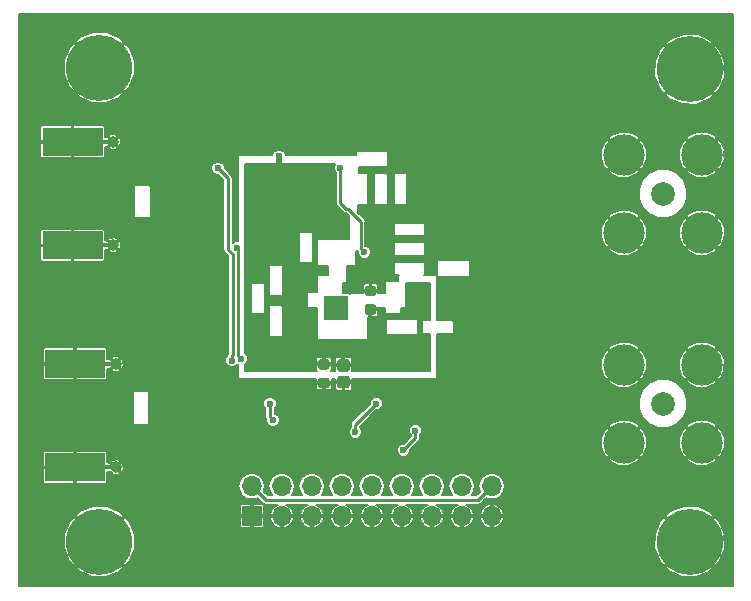
<source format=gbr>
G04 #@! TF.GenerationSoftware,KiCad,Pcbnew,(6.0.0-rc1-dev-1233-g630baa372)*
G04 #@! TF.CreationDate,2018-11-22T01:35:06+01:00*
G04 #@! TF.ProjectId,sdi-devboard,7364692d-6465-4766-926f-6172642e6b69,rev?*
G04 #@! TF.SameCoordinates,Original*
G04 #@! TF.FileFunction,Copper,L2,Bot*
G04 #@! TF.FilePolarity,Positive*
%FSLAX46Y46*%
G04 Gerber Fmt 4.6, Leading zero omitted, Abs format (unit mm)*
G04 Created by KiCad (PCBNEW (6.0.0-rc1-dev-1233-g630baa372)) date Thu 22 Nov 2018 01:35:06 AM CET*
%MOMM*%
%LPD*%
G01*
G04 APERTURE LIST*
G04 #@! TA.AperFunction,ComponentPad*
%ADD10C,3.500000*%
G04 #@! TD*
G04 #@! TA.AperFunction,ComponentPad*
%ADD11C,2.000000*%
G04 #@! TD*
G04 #@! TA.AperFunction,ComponentPad*
%ADD12O,1.700000X1.700000*%
G04 #@! TD*
G04 #@! TA.AperFunction,ComponentPad*
%ADD13R,1.700000X1.700000*%
G04 #@! TD*
G04 #@! TA.AperFunction,Conductor*
%ADD14R,0.950000X0.460000*%
G04 #@! TD*
G04 #@! TA.AperFunction,ViaPad*
%ADD15C,0.970000*%
G04 #@! TD*
G04 #@! TA.AperFunction,SMDPad,CuDef*
%ADD16R,5.080000X2.420000*%
G04 #@! TD*
G04 #@! TA.AperFunction,Conductor*
%ADD17R,2.100000X2.100000*%
G04 #@! TD*
G04 #@! TA.AperFunction,ViaPad*
%ADD18C,0.600000*%
G04 #@! TD*
G04 #@! TA.AperFunction,ComponentPad*
%ADD19C,5.600000*%
G04 #@! TD*
G04 #@! TA.AperFunction,Conductor*
%ADD20C,0.100000*%
G04 #@! TD*
G04 #@! TA.AperFunction,SMDPad,CuDef*
%ADD21C,0.875000*%
G04 #@! TD*
G04 #@! TA.AperFunction,SMDPad,CuDef*
%ADD22C,1.050000*%
G04 #@! TD*
G04 #@! TA.AperFunction,Conductor*
%ADD23C,0.254000*%
G04 #@! TD*
G04 #@! TA.AperFunction,Conductor*
%ADD24C,0.508000*%
G04 #@! TD*
G04 #@! TA.AperFunction,Conductor*
%ADD25C,0.127000*%
G04 #@! TD*
G04 APERTURE END LIST*
D10*
G04 #@! TO.P,J5,2*
G04 #@! TO.N,GND*
X175770000Y-81532000D03*
X175770000Y-74932000D03*
X182370000Y-74932000D03*
X182370000Y-81532000D03*
D11*
G04 #@! TO.P,J5,1*
G04 #@! TO.N,Net-(C14-Pad2)*
X179070000Y-78232000D03*
G04 #@! TD*
D10*
G04 #@! TO.P,J4,2*
G04 #@! TO.N,GND*
X175770000Y-99312000D03*
X175770000Y-92712000D03*
X182370000Y-92712000D03*
X182370000Y-99312000D03*
D11*
G04 #@! TO.P,J4,1*
G04 #@! TO.N,Net-(C13-Pad2)*
X179070000Y-96012000D03*
G04 #@! TD*
D12*
G04 #@! TO.P,J3,18*
G04 #@! TO.N,+3V3*
X164592000Y-102997000D03*
G04 #@! TO.P,J3,17*
G04 #@! TO.N,GND*
X164592000Y-105537000D03*
G04 #@! TO.P,J3,16*
G04 #@! TO.N,/CTRL_SDHD*
X162052000Y-102997000D03*
G04 #@! TO.P,J3,15*
G04 #@! TO.N,GND*
X162052000Y-105537000D03*
G04 #@! TO.P,J3,14*
G04 #@! TO.N,/CTRL_SCL*
X159512000Y-102997000D03*
G04 #@! TO.P,J3,13*
G04 #@! TO.N,GND*
X159512000Y-105537000D03*
G04 #@! TO.P,J3,12*
G04 #@! TO.N,/CTRL_SDA*
X156972000Y-102997000D03*
G04 #@! TO.P,J3,11*
G04 #@! TO.N,GND*
X156972000Y-105537000D03*
G04 #@! TO.P,J3,10*
G04 #@! TO.N,/CTRL_ENABLE*
X154432000Y-102997000D03*
G04 #@! TO.P,J3,9*
G04 #@! TO.N,GND*
X154432000Y-105537000D03*
G04 #@! TO.P,J3,8*
G04 #@! TO.N,/CTRL_RSTI*
X151892000Y-102997000D03*
G04 #@! TO.P,J3,7*
G04 #@! TO.N,GND*
X151892000Y-105537000D03*
G04 #@! TO.P,J3,6*
G04 #@! TO.N,/CTRL_RSTO*
X149352000Y-102997000D03*
G04 #@! TO.P,J3,5*
G04 #@! TO.N,GND*
X149352000Y-105537000D03*
G04 #@! TO.P,J3,4*
G04 #@! TO.N,/CTRL_FAULT*
X146812000Y-102997000D03*
G04 #@! TO.P,J3,3*
G04 #@! TO.N,GND*
X146812000Y-105537000D03*
G04 #@! TO.P,J3,2*
G04 #@! TO.N,+3V3*
X144272000Y-102997000D03*
D13*
G04 #@! TO.P,J3,1*
G04 #@! TO.N,GND*
X144272000Y-105537000D03*
G04 #@! TD*
D14*
G04 #@! TO.N,GND*
G04 #@! TO.C,J1*
X132080000Y-82612000D03*
X132080000Y-73852000D03*
D15*
X132530000Y-82612000D03*
X132530000Y-73852000D03*
D16*
G04 #@! TD*
G04 #@! TO.P,J1,2*
G04 #@! TO.N,GND*
X129090000Y-82612000D03*
G04 #@! TO.P,J1,2*
G04 #@! TO.N,GND*
X129090000Y-73852000D03*
G04 #@! TD*
D17*
G04 #@! TO.N,GND*
G04 #@! TO.C,U1*
X151384000Y-87884000D03*
D18*
X152134000Y-88634000D03*
X150634000Y-88634000D03*
X152134000Y-87134000D03*
X150634000Y-87134000D03*
X151384000Y-87884000D03*
G04 #@! TD*
D14*
G04 #@! TO.N,GND*
G04 #@! TO.C,J2*
X132276000Y-101408000D03*
X132276000Y-92648000D03*
D15*
X132726000Y-101408000D03*
X132726000Y-92648000D03*
D16*
G04 #@! TD*
G04 #@! TO.P,J2,2*
G04 #@! TO.N,GND*
X129286000Y-101408000D03*
G04 #@! TO.P,J2,2*
G04 #@! TO.N,GND*
X129286000Y-92648000D03*
G04 #@! TD*
D19*
G04 #@! TO.P,H4,1*
G04 #@! TO.N,GND*
X181356000Y-67691000D03*
G04 #@! TD*
G04 #@! TO.P,H3,1*
G04 #@! TO.N,GND*
X181356000Y-107691000D03*
G04 #@! TD*
G04 #@! TO.P,H2,1*
G04 #@! TO.N,GND*
X131356000Y-67564000D03*
G04 #@! TD*
G04 #@! TO.P,H1,1*
G04 #@! TO.N,GND*
X131356000Y-107696000D03*
G04 #@! TD*
D20*
G04 #@! TO.N,GND*
G04 #@! TO.C,C5*
G36*
X154582691Y-86025053D02*
X154603926Y-86028203D01*
X154624750Y-86033419D01*
X154644962Y-86040651D01*
X154664368Y-86049830D01*
X154682781Y-86060866D01*
X154700024Y-86073654D01*
X154715930Y-86088070D01*
X154730346Y-86103976D01*
X154743134Y-86121219D01*
X154754170Y-86139632D01*
X154763349Y-86159038D01*
X154770581Y-86179250D01*
X154775797Y-86200074D01*
X154778947Y-86221309D01*
X154780000Y-86242750D01*
X154780000Y-86680250D01*
X154778947Y-86701691D01*
X154775797Y-86722926D01*
X154770581Y-86743750D01*
X154763349Y-86763962D01*
X154754170Y-86783368D01*
X154743134Y-86801781D01*
X154730346Y-86819024D01*
X154715930Y-86834930D01*
X154700024Y-86849346D01*
X154682781Y-86862134D01*
X154664368Y-86873170D01*
X154644962Y-86882349D01*
X154624750Y-86889581D01*
X154603926Y-86894797D01*
X154582691Y-86897947D01*
X154561250Y-86899000D01*
X154048750Y-86899000D01*
X154027309Y-86897947D01*
X154006074Y-86894797D01*
X153985250Y-86889581D01*
X153965038Y-86882349D01*
X153945632Y-86873170D01*
X153927219Y-86862134D01*
X153909976Y-86849346D01*
X153894070Y-86834930D01*
X153879654Y-86819024D01*
X153866866Y-86801781D01*
X153855830Y-86783368D01*
X153846651Y-86763962D01*
X153839419Y-86743750D01*
X153834203Y-86722926D01*
X153831053Y-86701691D01*
X153830000Y-86680250D01*
X153830000Y-86242750D01*
X153831053Y-86221309D01*
X153834203Y-86200074D01*
X153839419Y-86179250D01*
X153846651Y-86159038D01*
X153855830Y-86139632D01*
X153866866Y-86121219D01*
X153879654Y-86103976D01*
X153894070Y-86088070D01*
X153909976Y-86073654D01*
X153927219Y-86060866D01*
X153945632Y-86049830D01*
X153965038Y-86040651D01*
X153985250Y-86033419D01*
X154006074Y-86028203D01*
X154027309Y-86025053D01*
X154048750Y-86024000D01*
X154561250Y-86024000D01*
X154582691Y-86025053D01*
X154582691Y-86025053D01*
G37*
D21*
G04 #@! TD*
G04 #@! TO.P,C5,2*
G04 #@! TO.N,GND*
X154305000Y-86461500D03*
D20*
G04 #@! TO.N,+3V3*
G04 #@! TO.C,C5*
G36*
X154582691Y-87600053D02*
X154603926Y-87603203D01*
X154624750Y-87608419D01*
X154644962Y-87615651D01*
X154664368Y-87624830D01*
X154682781Y-87635866D01*
X154700024Y-87648654D01*
X154715930Y-87663070D01*
X154730346Y-87678976D01*
X154743134Y-87696219D01*
X154754170Y-87714632D01*
X154763349Y-87734038D01*
X154770581Y-87754250D01*
X154775797Y-87775074D01*
X154778947Y-87796309D01*
X154780000Y-87817750D01*
X154780000Y-88255250D01*
X154778947Y-88276691D01*
X154775797Y-88297926D01*
X154770581Y-88318750D01*
X154763349Y-88338962D01*
X154754170Y-88358368D01*
X154743134Y-88376781D01*
X154730346Y-88394024D01*
X154715930Y-88409930D01*
X154700024Y-88424346D01*
X154682781Y-88437134D01*
X154664368Y-88448170D01*
X154644962Y-88457349D01*
X154624750Y-88464581D01*
X154603926Y-88469797D01*
X154582691Y-88472947D01*
X154561250Y-88474000D01*
X154048750Y-88474000D01*
X154027309Y-88472947D01*
X154006074Y-88469797D01*
X153985250Y-88464581D01*
X153965038Y-88457349D01*
X153945632Y-88448170D01*
X153927219Y-88437134D01*
X153909976Y-88424346D01*
X153894070Y-88409930D01*
X153879654Y-88394024D01*
X153866866Y-88376781D01*
X153855830Y-88358368D01*
X153846651Y-88338962D01*
X153839419Y-88318750D01*
X153834203Y-88297926D01*
X153831053Y-88276691D01*
X153830000Y-88255250D01*
X153830000Y-87817750D01*
X153831053Y-87796309D01*
X153834203Y-87775074D01*
X153839419Y-87754250D01*
X153846651Y-87734038D01*
X153855830Y-87714632D01*
X153866866Y-87696219D01*
X153879654Y-87678976D01*
X153894070Y-87663070D01*
X153909976Y-87648654D01*
X153927219Y-87635866D01*
X153945632Y-87624830D01*
X153965038Y-87615651D01*
X153985250Y-87608419D01*
X154006074Y-87603203D01*
X154027309Y-87600053D01*
X154048750Y-87599000D01*
X154561250Y-87599000D01*
X154582691Y-87600053D01*
X154582691Y-87600053D01*
G37*
D21*
G04 #@! TD*
G04 #@! TO.P,C5,1*
G04 #@! TO.N,+3V3*
X154305000Y-88036500D03*
D20*
G04 #@! TO.N,GND*
G04 #@! TO.C,C2*
G36*
X150645691Y-93823053D02*
X150666926Y-93826203D01*
X150687750Y-93831419D01*
X150707962Y-93838651D01*
X150727368Y-93847830D01*
X150745781Y-93858866D01*
X150763024Y-93871654D01*
X150778930Y-93886070D01*
X150793346Y-93901976D01*
X150806134Y-93919219D01*
X150817170Y-93937632D01*
X150826349Y-93957038D01*
X150833581Y-93977250D01*
X150838797Y-93998074D01*
X150841947Y-94019309D01*
X150843000Y-94040750D01*
X150843000Y-94478250D01*
X150841947Y-94499691D01*
X150838797Y-94520926D01*
X150833581Y-94541750D01*
X150826349Y-94561962D01*
X150817170Y-94581368D01*
X150806134Y-94599781D01*
X150793346Y-94617024D01*
X150778930Y-94632930D01*
X150763024Y-94647346D01*
X150745781Y-94660134D01*
X150727368Y-94671170D01*
X150707962Y-94680349D01*
X150687750Y-94687581D01*
X150666926Y-94692797D01*
X150645691Y-94695947D01*
X150624250Y-94697000D01*
X150111750Y-94697000D01*
X150090309Y-94695947D01*
X150069074Y-94692797D01*
X150048250Y-94687581D01*
X150028038Y-94680349D01*
X150008632Y-94671170D01*
X149990219Y-94660134D01*
X149972976Y-94647346D01*
X149957070Y-94632930D01*
X149942654Y-94617024D01*
X149929866Y-94599781D01*
X149918830Y-94581368D01*
X149909651Y-94561962D01*
X149902419Y-94541750D01*
X149897203Y-94520926D01*
X149894053Y-94499691D01*
X149893000Y-94478250D01*
X149893000Y-94040750D01*
X149894053Y-94019309D01*
X149897203Y-93998074D01*
X149902419Y-93977250D01*
X149909651Y-93957038D01*
X149918830Y-93937632D01*
X149929866Y-93919219D01*
X149942654Y-93901976D01*
X149957070Y-93886070D01*
X149972976Y-93871654D01*
X149990219Y-93858866D01*
X150008632Y-93847830D01*
X150028038Y-93838651D01*
X150048250Y-93831419D01*
X150069074Y-93826203D01*
X150090309Y-93823053D01*
X150111750Y-93822000D01*
X150624250Y-93822000D01*
X150645691Y-93823053D01*
X150645691Y-93823053D01*
G37*
D21*
G04 #@! TD*
G04 #@! TO.P,C2,2*
G04 #@! TO.N,GND*
X150368000Y-94259500D03*
D20*
G04 #@! TO.N,+3V3*
G04 #@! TO.C,C2*
G36*
X150645691Y-92248053D02*
X150666926Y-92251203D01*
X150687750Y-92256419D01*
X150707962Y-92263651D01*
X150727368Y-92272830D01*
X150745781Y-92283866D01*
X150763024Y-92296654D01*
X150778930Y-92311070D01*
X150793346Y-92326976D01*
X150806134Y-92344219D01*
X150817170Y-92362632D01*
X150826349Y-92382038D01*
X150833581Y-92402250D01*
X150838797Y-92423074D01*
X150841947Y-92444309D01*
X150843000Y-92465750D01*
X150843000Y-92903250D01*
X150841947Y-92924691D01*
X150838797Y-92945926D01*
X150833581Y-92966750D01*
X150826349Y-92986962D01*
X150817170Y-93006368D01*
X150806134Y-93024781D01*
X150793346Y-93042024D01*
X150778930Y-93057930D01*
X150763024Y-93072346D01*
X150745781Y-93085134D01*
X150727368Y-93096170D01*
X150707962Y-93105349D01*
X150687750Y-93112581D01*
X150666926Y-93117797D01*
X150645691Y-93120947D01*
X150624250Y-93122000D01*
X150111750Y-93122000D01*
X150090309Y-93120947D01*
X150069074Y-93117797D01*
X150048250Y-93112581D01*
X150028038Y-93105349D01*
X150008632Y-93096170D01*
X149990219Y-93085134D01*
X149972976Y-93072346D01*
X149957070Y-93057930D01*
X149942654Y-93042024D01*
X149929866Y-93024781D01*
X149918830Y-93006368D01*
X149909651Y-92986962D01*
X149902419Y-92966750D01*
X149897203Y-92945926D01*
X149894053Y-92924691D01*
X149893000Y-92903250D01*
X149893000Y-92465750D01*
X149894053Y-92444309D01*
X149897203Y-92423074D01*
X149902419Y-92402250D01*
X149909651Y-92382038D01*
X149918830Y-92362632D01*
X149929866Y-92344219D01*
X149942654Y-92326976D01*
X149957070Y-92311070D01*
X149972976Y-92296654D01*
X149990219Y-92283866D01*
X150008632Y-92272830D01*
X150028038Y-92263651D01*
X150048250Y-92256419D01*
X150069074Y-92251203D01*
X150090309Y-92248053D01*
X150111750Y-92247000D01*
X150624250Y-92247000D01*
X150645691Y-92248053D01*
X150645691Y-92248053D01*
G37*
D21*
G04 #@! TD*
G04 #@! TO.P,C2,1*
G04 #@! TO.N,+3V3*
X150368000Y-92684500D03*
D20*
G04 #@! TO.N,GND*
G04 #@! TO.C,C1*
G36*
X152318505Y-93648204D02*
X152342773Y-93651804D01*
X152366572Y-93657765D01*
X152389671Y-93666030D01*
X152411850Y-93676520D01*
X152432893Y-93689132D01*
X152452599Y-93703747D01*
X152470777Y-93720223D01*
X152487253Y-93738401D01*
X152501868Y-93758107D01*
X152514480Y-93779150D01*
X152524970Y-93801329D01*
X152533235Y-93824428D01*
X152539196Y-93848227D01*
X152542796Y-93872495D01*
X152544000Y-93896999D01*
X152544000Y-94472001D01*
X152542796Y-94496505D01*
X152539196Y-94520773D01*
X152533235Y-94544572D01*
X152524970Y-94567671D01*
X152514480Y-94589850D01*
X152501868Y-94610893D01*
X152487253Y-94630599D01*
X152470777Y-94648777D01*
X152452599Y-94665253D01*
X152432893Y-94679868D01*
X152411850Y-94692480D01*
X152389671Y-94702970D01*
X152366572Y-94711235D01*
X152342773Y-94717196D01*
X152318505Y-94720796D01*
X152294001Y-94722000D01*
X151743999Y-94722000D01*
X151719495Y-94720796D01*
X151695227Y-94717196D01*
X151671428Y-94711235D01*
X151648329Y-94702970D01*
X151626150Y-94692480D01*
X151605107Y-94679868D01*
X151585401Y-94665253D01*
X151567223Y-94648777D01*
X151550747Y-94630599D01*
X151536132Y-94610893D01*
X151523520Y-94589850D01*
X151513030Y-94567671D01*
X151504765Y-94544572D01*
X151498804Y-94520773D01*
X151495204Y-94496505D01*
X151494000Y-94472001D01*
X151494000Y-93896999D01*
X151495204Y-93872495D01*
X151498804Y-93848227D01*
X151504765Y-93824428D01*
X151513030Y-93801329D01*
X151523520Y-93779150D01*
X151536132Y-93758107D01*
X151550747Y-93738401D01*
X151567223Y-93720223D01*
X151585401Y-93703747D01*
X151605107Y-93689132D01*
X151626150Y-93676520D01*
X151648329Y-93666030D01*
X151671428Y-93657765D01*
X151695227Y-93651804D01*
X151719495Y-93648204D01*
X151743999Y-93647000D01*
X152294001Y-93647000D01*
X152318505Y-93648204D01*
X152318505Y-93648204D01*
G37*
D22*
G04 #@! TD*
G04 #@! TO.P,C1,2*
G04 #@! TO.N,GND*
X152019000Y-94184500D03*
D20*
G04 #@! TO.N,+3V3*
G04 #@! TO.C,C1*
G36*
X152318505Y-92223204D02*
X152342773Y-92226804D01*
X152366572Y-92232765D01*
X152389671Y-92241030D01*
X152411850Y-92251520D01*
X152432893Y-92264132D01*
X152452599Y-92278747D01*
X152470777Y-92295223D01*
X152487253Y-92313401D01*
X152501868Y-92333107D01*
X152514480Y-92354150D01*
X152524970Y-92376329D01*
X152533235Y-92399428D01*
X152539196Y-92423227D01*
X152542796Y-92447495D01*
X152544000Y-92471999D01*
X152544000Y-93047001D01*
X152542796Y-93071505D01*
X152539196Y-93095773D01*
X152533235Y-93119572D01*
X152524970Y-93142671D01*
X152514480Y-93164850D01*
X152501868Y-93185893D01*
X152487253Y-93205599D01*
X152470777Y-93223777D01*
X152452599Y-93240253D01*
X152432893Y-93254868D01*
X152411850Y-93267480D01*
X152389671Y-93277970D01*
X152366572Y-93286235D01*
X152342773Y-93292196D01*
X152318505Y-93295796D01*
X152294001Y-93297000D01*
X151743999Y-93297000D01*
X151719495Y-93295796D01*
X151695227Y-93292196D01*
X151671428Y-93286235D01*
X151648329Y-93277970D01*
X151626150Y-93267480D01*
X151605107Y-93254868D01*
X151585401Y-93240253D01*
X151567223Y-93223777D01*
X151550747Y-93205599D01*
X151536132Y-93185893D01*
X151523520Y-93164850D01*
X151513030Y-93142671D01*
X151504765Y-93119572D01*
X151498804Y-93095773D01*
X151495204Y-93071505D01*
X151494000Y-93047001D01*
X151494000Y-92471999D01*
X151495204Y-92447495D01*
X151498804Y-92423227D01*
X151504765Y-92399428D01*
X151513030Y-92376329D01*
X151523520Y-92354150D01*
X151536132Y-92333107D01*
X151550747Y-92313401D01*
X151567223Y-92295223D01*
X151585401Y-92278747D01*
X151605107Y-92264132D01*
X151626150Y-92251520D01*
X151648329Y-92241030D01*
X151671428Y-92232765D01*
X151695227Y-92226804D01*
X151719495Y-92223204D01*
X151743999Y-92222000D01*
X152294001Y-92222000D01*
X152318505Y-92223204D01*
X152318505Y-92223204D01*
G37*
D22*
G04 #@! TD*
G04 #@! TO.P,C1,1*
G04 #@! TO.N,+3V3*
X152019000Y-92759500D03*
D18*
G04 #@! TO.N,GND*
X161975800Y-89522300D03*
X161569400Y-88049100D03*
X155079700Y-80060800D03*
X155079700Y-82181700D03*
X155117800Y-84150200D03*
X154432000Y-85458300D03*
X142011070Y-87730280D03*
X153657300Y-84480400D03*
X161671000Y-92964000D03*
X142875000Y-70993000D03*
X149733000Y-97536000D03*
X160020000Y-96647000D03*
X160782000Y-100203000D03*
X153162000Y-100584000D03*
X155702000Y-100838000D03*
X158242000Y-101092000D03*
X147955000Y-100965000D03*
X137160000Y-75438000D03*
X137160000Y-77470000D03*
X137160000Y-79248000D03*
X137160000Y-81026000D03*
X137160000Y-82804000D03*
X137160000Y-84582000D03*
X138938000Y-84582000D03*
X140462000Y-83312000D03*
X135382000Y-75438000D03*
X133858000Y-75438000D03*
X140970000Y-91694000D03*
X138938000Y-91694000D03*
X137160000Y-91694000D03*
X137160000Y-93472000D03*
X137160000Y-95250000D03*
X137160000Y-97028000D03*
X137160000Y-98552000D03*
X135890000Y-99822000D03*
X134112000Y-99822000D03*
X132334000Y-99822000D03*
X125476000Y-103886000D03*
X125476000Y-107188000D03*
X125476000Y-110998000D03*
X125476000Y-75184000D03*
X125476000Y-72390000D03*
X125476000Y-69596000D03*
X125476000Y-66802000D03*
X125476000Y-64008000D03*
X129159000Y-64008000D03*
X132842000Y-64008000D03*
X136525000Y-64008000D03*
X140208000Y-64008000D03*
X143891000Y-64008000D03*
X147574000Y-64008000D03*
X151257000Y-64008000D03*
X154940000Y-64008000D03*
X158623000Y-64008000D03*
X162306000Y-64008000D03*
X165989000Y-64008000D03*
X169672000Y-64008000D03*
X173355000Y-64008000D03*
X177038000Y-64008000D03*
X180721000Y-64008000D03*
X184404000Y-64008000D03*
X184404000Y-67622615D03*
X184404000Y-71237230D03*
X184404000Y-74851845D03*
X184404000Y-78466460D03*
X184404000Y-82081075D03*
X184404000Y-85695690D03*
X184404000Y-89310305D03*
X184404000Y-92924920D03*
X184404000Y-96539535D03*
X184404000Y-100154150D03*
X184404000Y-103768765D03*
X184404000Y-107383380D03*
X184404000Y-110998000D03*
X180475462Y-110998000D03*
X176546929Y-110998000D03*
X172618396Y-110998000D03*
X168689863Y-110998000D03*
X164761330Y-110998000D03*
X160832797Y-110998000D03*
X156904264Y-110998000D03*
X152975731Y-110998000D03*
X149047198Y-110998000D03*
X145118665Y-110998000D03*
X141190132Y-110998000D03*
X137261599Y-110998000D03*
X133333066Y-110998000D03*
X129404533Y-110998000D03*
X125476000Y-100076000D03*
X159766000Y-82804000D03*
X162306000Y-82804000D03*
X165100000Y-82804000D03*
X166878000Y-83312000D03*
X168656000Y-85090000D03*
X170180000Y-86868000D03*
X170180000Y-89154000D03*
X170180000Y-91440000D03*
X170180000Y-92964000D03*
X171704000Y-94488000D03*
X163322000Y-86360000D03*
X164592000Y-86360000D03*
X166624000Y-88392000D03*
X166624000Y-94488000D03*
X166624000Y-92202000D03*
X166624000Y-90170000D03*
X169926000Y-97790000D03*
X168402000Y-96266000D03*
X172466000Y-97790000D03*
X173990000Y-94488000D03*
X158242000Y-76708000D03*
X160528000Y-76708000D03*
X163068000Y-76708000D03*
X164846000Y-76708000D03*
X166370000Y-77978000D03*
X168148000Y-79756000D03*
X171450000Y-79756000D03*
X173990000Y-79756000D03*
X174244000Y-76708000D03*
X172212000Y-76708000D03*
X169926000Y-76708000D03*
X168148000Y-74930000D03*
X166878000Y-73660000D03*
X164338000Y-73660000D03*
X161544000Y-73660000D03*
X159258000Y-73660000D03*
X155956000Y-73660000D03*
X153162000Y-73660000D03*
X150368000Y-67056000D03*
X155194000Y-71120000D03*
X160020000Y-66802000D03*
X165100000Y-71374000D03*
X169164000Y-66548000D03*
X173990000Y-70866000D03*
X162052000Y-79502000D03*
X169672000Y-82296000D03*
X172466000Y-84836000D03*
X176022000Y-88646000D03*
X179578000Y-85344000D03*
X181102000Y-88392000D03*
X145288000Y-108458000D03*
X152400000Y-108458000D03*
X159512000Y-108458000D03*
X166370000Y-108204000D03*
X168910000Y-103124000D03*
X172212000Y-107950000D03*
X174752000Y-103378000D03*
X177546000Y-107442000D03*
X179324000Y-103124000D03*
X167640000Y-99314000D03*
X172466000Y-100584000D03*
X139700000Y-95504000D03*
X143002000Y-99822000D03*
X139192000Y-102362000D03*
X141986000Y-107442000D03*
X138176000Y-108712000D03*
X136144000Y-105156000D03*
X134874000Y-102108000D03*
X127762000Y-104394000D03*
X139954000Y-81534000D03*
X139446000Y-78232000D03*
X134874000Y-73152000D03*
X136652000Y-68326000D03*
X127508000Y-70612000D03*
G04 #@! TO.N,+3V3*
X151460200Y-81534000D03*
X151003000Y-80645000D03*
X151892000Y-80645000D03*
X158775400Y-91173300D03*
X158407100Y-87058500D03*
X159004000Y-86233000D03*
X159067500Y-87871300D03*
X149225000Y-92710000D03*
X154432000Y-91821000D03*
X146558000Y-75057000D03*
G04 #@! TO.N,/CTRL_FAULT*
X153797000Y-83185000D03*
X151765000Y-76073000D03*
X145796000Y-96012000D03*
X146050000Y-97409000D03*
X142596687Y-92357356D03*
X141394180Y-76073000D03*
G04 #@! TO.N,/CTRL_RSTO*
X143002000Y-82803998D03*
X143383000Y-92209998D03*
G04 #@! TO.N,/CTRL_ENABLE*
X154813000Y-96012000D03*
X153035000Y-98425000D03*
G04 #@! TO.N,/CTRL_SDA*
X158115000Y-98298000D03*
X157099000Y-99949000D03*
G04 #@! TD*
D23*
G04 #@! TO.N,GND*
X132080000Y-92648000D02*
X132726000Y-92648000D01*
X129286000Y-92648000D02*
X132080000Y-92648000D01*
X129090000Y-82612000D02*
X132530000Y-82612000D01*
G04 #@! TO.N,+3V3*
X151460200Y-81534000D02*
X151460200Y-81178400D01*
X151460200Y-81178400D02*
X151053800Y-80772000D01*
D24*
X146558000Y-75057000D02*
X146558000Y-75481264D01*
X146558000Y-75481264D02*
X146558000Y-75819000D01*
D23*
X163742001Y-103846999D02*
X164592000Y-102997000D01*
X163414999Y-104174001D02*
X163742001Y-103846999D01*
X145449001Y-104174001D02*
X163414999Y-104174001D01*
X144272000Y-102997000D02*
X145449001Y-104174001D01*
G04 #@! TO.N,/CTRL_FAULT*
X153497001Y-82885001D02*
X153497001Y-80599001D01*
X153797000Y-83185000D02*
X153497001Y-82885001D01*
X153497001Y-80599001D02*
X152400000Y-79502000D01*
X152400000Y-79502000D02*
X152273000Y-79502000D01*
X152273000Y-79502000D02*
X151765000Y-78994000D01*
X151765000Y-78994000D02*
X151765000Y-77089000D01*
X151765000Y-77089000D02*
X151765000Y-76073000D01*
X145796000Y-96012000D02*
X145796000Y-97155000D01*
X145796000Y-97155000D02*
X146050000Y-97409000D01*
X142596687Y-92357356D02*
X142596687Y-92065752D01*
X142240000Y-76918820D02*
X141394180Y-76073000D01*
X142596687Y-91933092D02*
X142638071Y-91891708D01*
X142596687Y-92357356D02*
X142596687Y-91933092D01*
X142240000Y-82969960D02*
X142240000Y-76918820D01*
X142638071Y-83368031D02*
X142240000Y-82969960D01*
X142638071Y-91891708D02*
X142638071Y-83368031D01*
G04 #@! TO.N,/CTRL_RSTO*
X143129000Y-91955998D02*
X143383000Y-92209998D01*
X143002000Y-82803998D02*
X143129000Y-82930998D01*
X143129000Y-82930998D02*
X143129000Y-91955998D01*
G04 #@! TO.N,/CTRL_ENABLE*
X154813000Y-96012000D02*
X153035000Y-97790000D01*
X153035000Y-97790000D02*
X153035000Y-98425000D01*
G04 #@! TO.N,/CTRL_SDA*
X158115000Y-98298000D02*
X158115000Y-98933000D01*
X158115000Y-98933000D02*
X157099000Y-99949000D01*
G04 #@! TD*
D25*
G04 #@! TO.N,GND*
G36*
X184975500Y-111442500D02*
X124523500Y-111442500D01*
X124523500Y-109862780D01*
X129279022Y-109862780D01*
X129615553Y-110199553D01*
X130706105Y-110675022D01*
X131895597Y-110696961D01*
X133002941Y-110262032D01*
X133096447Y-110199553D01*
X133432978Y-109862780D01*
X133427978Y-109857780D01*
X179279022Y-109857780D01*
X179615553Y-110194553D01*
X180706105Y-110670022D01*
X181895597Y-110691961D01*
X183002941Y-110257032D01*
X183096447Y-110194553D01*
X183432978Y-109857780D01*
X181356000Y-107780803D01*
X179279022Y-109857780D01*
X133427978Y-109857780D01*
X131356000Y-107785803D01*
X129279022Y-109862780D01*
X124523500Y-109862780D01*
X124523500Y-108235597D01*
X128355039Y-108235597D01*
X128789968Y-109342941D01*
X128852447Y-109436447D01*
X129189220Y-109772978D01*
X131266197Y-107696000D01*
X131445803Y-107696000D01*
X133522780Y-109772978D01*
X133859553Y-109436447D01*
X134335022Y-108345895D01*
X134337148Y-108230597D01*
X178355039Y-108230597D01*
X178789968Y-109337941D01*
X178852447Y-109431447D01*
X179189220Y-109767978D01*
X181266197Y-107691000D01*
X181445803Y-107691000D01*
X183522780Y-109767978D01*
X183859553Y-109431447D01*
X184335022Y-108340895D01*
X184356961Y-107151403D01*
X183922032Y-106044059D01*
X183859553Y-105950553D01*
X183522780Y-105614022D01*
X181445803Y-107691000D01*
X181266197Y-107691000D01*
X179189220Y-105614022D01*
X178852447Y-105950553D01*
X178376978Y-107041105D01*
X178355039Y-108230597D01*
X134337148Y-108230597D01*
X134356961Y-107156403D01*
X133922032Y-106049059D01*
X133859553Y-105955553D01*
X133551904Y-105648125D01*
X143231500Y-105648125D01*
X143231500Y-106424893D01*
X143260502Y-106494910D01*
X143314091Y-106548498D01*
X143384107Y-106577500D01*
X144160875Y-106577500D01*
X144208500Y-106529875D01*
X144208500Y-105600500D01*
X144335500Y-105600500D01*
X144335500Y-106529875D01*
X144383125Y-106577500D01*
X145159893Y-106577500D01*
X145229909Y-106548498D01*
X145283498Y-106494910D01*
X145312500Y-106424893D01*
X145312500Y-105762186D01*
X145796153Y-105762186D01*
X145959655Y-106133793D01*
X146252919Y-106414543D01*
X146586815Y-106552841D01*
X146748500Y-106527842D01*
X146748500Y-105600500D01*
X146875500Y-105600500D01*
X146875500Y-106527842D01*
X147037185Y-106552841D01*
X147371081Y-106414543D01*
X147664345Y-106133793D01*
X147827847Y-105762186D01*
X148336153Y-105762186D01*
X148499655Y-106133793D01*
X148792919Y-106414543D01*
X149126815Y-106552841D01*
X149288500Y-106527842D01*
X149288500Y-105600500D01*
X149415500Y-105600500D01*
X149415500Y-106527842D01*
X149577185Y-106552841D01*
X149911081Y-106414543D01*
X150204345Y-106133793D01*
X150367847Y-105762186D01*
X150876153Y-105762186D01*
X151039655Y-106133793D01*
X151332919Y-106414543D01*
X151666815Y-106552841D01*
X151828500Y-106527842D01*
X151828500Y-105600500D01*
X151955500Y-105600500D01*
X151955500Y-106527842D01*
X152117185Y-106552841D01*
X152451081Y-106414543D01*
X152744345Y-106133793D01*
X152907847Y-105762186D01*
X153416153Y-105762186D01*
X153579655Y-106133793D01*
X153872919Y-106414543D01*
X154206815Y-106552841D01*
X154368500Y-106527842D01*
X154368500Y-105600500D01*
X154495500Y-105600500D01*
X154495500Y-106527842D01*
X154657185Y-106552841D01*
X154991081Y-106414543D01*
X155284345Y-106133793D01*
X155447847Y-105762186D01*
X155956153Y-105762186D01*
X156119655Y-106133793D01*
X156412919Y-106414543D01*
X156746815Y-106552841D01*
X156908500Y-106527842D01*
X156908500Y-105600500D01*
X157035500Y-105600500D01*
X157035500Y-106527842D01*
X157197185Y-106552841D01*
X157531081Y-106414543D01*
X157824345Y-106133793D01*
X157987847Y-105762186D01*
X158496153Y-105762186D01*
X158659655Y-106133793D01*
X158952919Y-106414543D01*
X159286815Y-106552841D01*
X159448500Y-106527842D01*
X159448500Y-105600500D01*
X159575500Y-105600500D01*
X159575500Y-106527842D01*
X159737185Y-106552841D01*
X160071081Y-106414543D01*
X160364345Y-106133793D01*
X160527847Y-105762186D01*
X161036153Y-105762186D01*
X161199655Y-106133793D01*
X161492919Y-106414543D01*
X161826815Y-106552841D01*
X161988500Y-106527842D01*
X161988500Y-105600500D01*
X162115500Y-105600500D01*
X162115500Y-106527842D01*
X162277185Y-106552841D01*
X162611081Y-106414543D01*
X162904345Y-106133793D01*
X163067847Y-105762186D01*
X163576153Y-105762186D01*
X163739655Y-106133793D01*
X164032919Y-106414543D01*
X164366815Y-106552841D01*
X164528500Y-106527842D01*
X164528500Y-105600500D01*
X164655500Y-105600500D01*
X164655500Y-106527842D01*
X164817185Y-106552841D01*
X165151081Y-106414543D01*
X165444345Y-106133793D01*
X165607847Y-105762186D01*
X165582942Y-105600500D01*
X164655500Y-105600500D01*
X164528500Y-105600500D01*
X163601058Y-105600500D01*
X163576153Y-105762186D01*
X163067847Y-105762186D01*
X163042942Y-105600500D01*
X162115500Y-105600500D01*
X161988500Y-105600500D01*
X161061058Y-105600500D01*
X161036153Y-105762186D01*
X160527847Y-105762186D01*
X160502942Y-105600500D01*
X159575500Y-105600500D01*
X159448500Y-105600500D01*
X158521058Y-105600500D01*
X158496153Y-105762186D01*
X157987847Y-105762186D01*
X157962942Y-105600500D01*
X157035500Y-105600500D01*
X156908500Y-105600500D01*
X155981058Y-105600500D01*
X155956153Y-105762186D01*
X155447847Y-105762186D01*
X155422942Y-105600500D01*
X154495500Y-105600500D01*
X154368500Y-105600500D01*
X153441058Y-105600500D01*
X153416153Y-105762186D01*
X152907847Y-105762186D01*
X152882942Y-105600500D01*
X151955500Y-105600500D01*
X151828500Y-105600500D01*
X150901058Y-105600500D01*
X150876153Y-105762186D01*
X150367847Y-105762186D01*
X150342942Y-105600500D01*
X149415500Y-105600500D01*
X149288500Y-105600500D01*
X148361058Y-105600500D01*
X148336153Y-105762186D01*
X147827847Y-105762186D01*
X147802942Y-105600500D01*
X146875500Y-105600500D01*
X146748500Y-105600500D01*
X145821058Y-105600500D01*
X145796153Y-105762186D01*
X145312500Y-105762186D01*
X145312500Y-105648125D01*
X145264875Y-105600500D01*
X144335500Y-105600500D01*
X144208500Y-105600500D01*
X143279125Y-105600500D01*
X143231500Y-105648125D01*
X133551904Y-105648125D01*
X133522780Y-105619022D01*
X131445803Y-107696000D01*
X131266197Y-107696000D01*
X129189220Y-105619022D01*
X128852447Y-105955553D01*
X128376978Y-107046105D01*
X128355039Y-108235597D01*
X124523500Y-108235597D01*
X124523500Y-105529220D01*
X129279022Y-105529220D01*
X131356000Y-107606197D01*
X133432978Y-105529220D01*
X133427982Y-105524220D01*
X179279022Y-105524220D01*
X181356000Y-107601197D01*
X183432978Y-105524220D01*
X183096447Y-105187447D01*
X182005895Y-104711978D01*
X180816403Y-104690039D01*
X179709059Y-105124968D01*
X179615553Y-105187447D01*
X179279022Y-105524220D01*
X133427982Y-105524220D01*
X133096447Y-105192447D01*
X132005895Y-104716978D01*
X130816403Y-104695039D01*
X129709059Y-105129968D01*
X129615553Y-105192447D01*
X129279022Y-105529220D01*
X124523500Y-105529220D01*
X124523500Y-104649107D01*
X143231500Y-104649107D01*
X143231500Y-105425875D01*
X143279125Y-105473500D01*
X144208500Y-105473500D01*
X144208500Y-104544125D01*
X144335500Y-104544125D01*
X144335500Y-105473500D01*
X145264875Y-105473500D01*
X145312500Y-105425875D01*
X145312500Y-104649107D01*
X145283498Y-104579090D01*
X145229909Y-104525502D01*
X145159893Y-104496500D01*
X144383125Y-104496500D01*
X144335500Y-104544125D01*
X144208500Y-104544125D01*
X144160875Y-104496500D01*
X143384107Y-104496500D01*
X143314091Y-104525502D01*
X143260502Y-104579090D01*
X143231500Y-104649107D01*
X124523500Y-104649107D01*
X124523500Y-102997000D01*
X143136686Y-102997000D01*
X143223107Y-103431466D01*
X143469212Y-103799788D01*
X143837534Y-104045893D01*
X144162334Y-104110500D01*
X144381666Y-104110500D01*
X144706466Y-104045893D01*
X144743739Y-104020988D01*
X145145678Y-104422928D01*
X145167466Y-104455536D01*
X145296636Y-104541844D01*
X145410541Y-104564501D01*
X145410543Y-104564501D01*
X145449001Y-104572151D01*
X145487459Y-104564501D01*
X146482173Y-104564501D01*
X146252919Y-104659457D01*
X145959655Y-104940207D01*
X145796153Y-105311814D01*
X145821058Y-105473500D01*
X146748500Y-105473500D01*
X146748500Y-105453500D01*
X146875500Y-105453500D01*
X146875500Y-105473500D01*
X147802942Y-105473500D01*
X147827847Y-105311814D01*
X147664345Y-104940207D01*
X147371081Y-104659457D01*
X147141827Y-104564501D01*
X149022173Y-104564501D01*
X148792919Y-104659457D01*
X148499655Y-104940207D01*
X148336153Y-105311814D01*
X148361058Y-105473500D01*
X149288500Y-105473500D01*
X149288500Y-105453500D01*
X149415500Y-105453500D01*
X149415500Y-105473500D01*
X150342942Y-105473500D01*
X150367847Y-105311814D01*
X150204345Y-104940207D01*
X149911081Y-104659457D01*
X149681827Y-104564501D01*
X151562173Y-104564501D01*
X151332919Y-104659457D01*
X151039655Y-104940207D01*
X150876153Y-105311814D01*
X150901058Y-105473500D01*
X151828500Y-105473500D01*
X151828500Y-105453500D01*
X151955500Y-105453500D01*
X151955500Y-105473500D01*
X152882942Y-105473500D01*
X152907847Y-105311814D01*
X152744345Y-104940207D01*
X152451081Y-104659457D01*
X152221827Y-104564501D01*
X154102173Y-104564501D01*
X153872919Y-104659457D01*
X153579655Y-104940207D01*
X153416153Y-105311814D01*
X153441058Y-105473500D01*
X154368500Y-105473500D01*
X154368500Y-105453500D01*
X154495500Y-105453500D01*
X154495500Y-105473500D01*
X155422942Y-105473500D01*
X155447847Y-105311814D01*
X155284345Y-104940207D01*
X154991081Y-104659457D01*
X154761827Y-104564501D01*
X156642173Y-104564501D01*
X156412919Y-104659457D01*
X156119655Y-104940207D01*
X155956153Y-105311814D01*
X155981058Y-105473500D01*
X156908500Y-105473500D01*
X156908500Y-105453500D01*
X157035500Y-105453500D01*
X157035500Y-105473500D01*
X157962942Y-105473500D01*
X157987847Y-105311814D01*
X157824345Y-104940207D01*
X157531081Y-104659457D01*
X157301827Y-104564501D01*
X159182173Y-104564501D01*
X158952919Y-104659457D01*
X158659655Y-104940207D01*
X158496153Y-105311814D01*
X158521058Y-105473500D01*
X159448500Y-105473500D01*
X159448500Y-105453500D01*
X159575500Y-105453500D01*
X159575500Y-105473500D01*
X160502942Y-105473500D01*
X160527847Y-105311814D01*
X160364345Y-104940207D01*
X160071081Y-104659457D01*
X159841827Y-104564501D01*
X161722173Y-104564501D01*
X161492919Y-104659457D01*
X161199655Y-104940207D01*
X161036153Y-105311814D01*
X161061058Y-105473500D01*
X161988500Y-105473500D01*
X161988500Y-105453500D01*
X162115500Y-105453500D01*
X162115500Y-105473500D01*
X163042942Y-105473500D01*
X163067847Y-105311814D01*
X163576153Y-105311814D01*
X163601058Y-105473500D01*
X164528500Y-105473500D01*
X164528500Y-104546158D01*
X164655500Y-104546158D01*
X164655500Y-105473500D01*
X165582942Y-105473500D01*
X165607847Y-105311814D01*
X165444345Y-104940207D01*
X165151081Y-104659457D01*
X164817185Y-104521159D01*
X164655500Y-104546158D01*
X164528500Y-104546158D01*
X164366815Y-104521159D01*
X164032919Y-104659457D01*
X163739655Y-104940207D01*
X163576153Y-105311814D01*
X163067847Y-105311814D01*
X162904345Y-104940207D01*
X162611081Y-104659457D01*
X162381827Y-104564501D01*
X163376541Y-104564501D01*
X163414999Y-104572151D01*
X163453457Y-104564501D01*
X163453459Y-104564501D01*
X163567364Y-104541844D01*
X163696534Y-104455536D01*
X163718323Y-104422926D01*
X164045321Y-104095929D01*
X164045323Y-104095926D01*
X164120261Y-104020988D01*
X164157534Y-104045893D01*
X164482334Y-104110500D01*
X164701666Y-104110500D01*
X165026466Y-104045893D01*
X165394788Y-103799788D01*
X165640893Y-103431466D01*
X165727314Y-102997000D01*
X165640893Y-102562534D01*
X165394788Y-102194212D01*
X165026466Y-101948107D01*
X164701666Y-101883500D01*
X164482334Y-101883500D01*
X164157534Y-101948107D01*
X163789212Y-102194212D01*
X163543107Y-102562534D01*
X163456686Y-102997000D01*
X163543107Y-103431466D01*
X163568012Y-103468739D01*
X163493074Y-103543677D01*
X163493071Y-103543679D01*
X163253250Y-103783501D01*
X162865671Y-103783501D01*
X163100893Y-103431466D01*
X163187314Y-102997000D01*
X163100893Y-102562534D01*
X162854788Y-102194212D01*
X162486466Y-101948107D01*
X162161666Y-101883500D01*
X161942334Y-101883500D01*
X161617534Y-101948107D01*
X161249212Y-102194212D01*
X161003107Y-102562534D01*
X160916686Y-102997000D01*
X161003107Y-103431466D01*
X161238329Y-103783501D01*
X160325671Y-103783501D01*
X160560893Y-103431466D01*
X160647314Y-102997000D01*
X160560893Y-102562534D01*
X160314788Y-102194212D01*
X159946466Y-101948107D01*
X159621666Y-101883500D01*
X159402334Y-101883500D01*
X159077534Y-101948107D01*
X158709212Y-102194212D01*
X158463107Y-102562534D01*
X158376686Y-102997000D01*
X158463107Y-103431466D01*
X158698329Y-103783501D01*
X157785671Y-103783501D01*
X158020893Y-103431466D01*
X158107314Y-102997000D01*
X158020893Y-102562534D01*
X157774788Y-102194212D01*
X157406466Y-101948107D01*
X157081666Y-101883500D01*
X156862334Y-101883500D01*
X156537534Y-101948107D01*
X156169212Y-102194212D01*
X155923107Y-102562534D01*
X155836686Y-102997000D01*
X155923107Y-103431466D01*
X156158329Y-103783501D01*
X155245671Y-103783501D01*
X155480893Y-103431466D01*
X155567314Y-102997000D01*
X155480893Y-102562534D01*
X155234788Y-102194212D01*
X154866466Y-101948107D01*
X154541666Y-101883500D01*
X154322334Y-101883500D01*
X153997534Y-101948107D01*
X153629212Y-102194212D01*
X153383107Y-102562534D01*
X153296686Y-102997000D01*
X153383107Y-103431466D01*
X153618329Y-103783501D01*
X152705671Y-103783501D01*
X152940893Y-103431466D01*
X153027314Y-102997000D01*
X152940893Y-102562534D01*
X152694788Y-102194212D01*
X152326466Y-101948107D01*
X152001666Y-101883500D01*
X151782334Y-101883500D01*
X151457534Y-101948107D01*
X151089212Y-102194212D01*
X150843107Y-102562534D01*
X150756686Y-102997000D01*
X150843107Y-103431466D01*
X151078329Y-103783501D01*
X150165671Y-103783501D01*
X150400893Y-103431466D01*
X150487314Y-102997000D01*
X150400893Y-102562534D01*
X150154788Y-102194212D01*
X149786466Y-101948107D01*
X149461666Y-101883500D01*
X149242334Y-101883500D01*
X148917534Y-101948107D01*
X148549212Y-102194212D01*
X148303107Y-102562534D01*
X148216686Y-102997000D01*
X148303107Y-103431466D01*
X148538329Y-103783501D01*
X147625671Y-103783501D01*
X147860893Y-103431466D01*
X147947314Y-102997000D01*
X147860893Y-102562534D01*
X147614788Y-102194212D01*
X147246466Y-101948107D01*
X146921666Y-101883500D01*
X146702334Y-101883500D01*
X146377534Y-101948107D01*
X146009212Y-102194212D01*
X145763107Y-102562534D01*
X145676686Y-102997000D01*
X145763107Y-103431466D01*
X145998329Y-103783501D01*
X145610751Y-103783501D01*
X145295988Y-103468739D01*
X145320893Y-103431466D01*
X145407314Y-102997000D01*
X145320893Y-102562534D01*
X145074788Y-102194212D01*
X144706466Y-101948107D01*
X144381666Y-101883500D01*
X144162334Y-101883500D01*
X143837534Y-101948107D01*
X143469212Y-102194212D01*
X143223107Y-102562534D01*
X143136686Y-102997000D01*
X124523500Y-102997000D01*
X124523500Y-101519125D01*
X126555500Y-101519125D01*
X126555500Y-102655893D01*
X126584502Y-102725909D01*
X126638090Y-102779498D01*
X126708107Y-102808500D01*
X129174875Y-102808500D01*
X129222500Y-102760875D01*
X129222500Y-101471500D01*
X126603125Y-101471500D01*
X126555500Y-101519125D01*
X124523500Y-101519125D01*
X124523500Y-100160107D01*
X126555500Y-100160107D01*
X126555500Y-101296875D01*
X126603125Y-101344500D01*
X129222500Y-101344500D01*
X129222500Y-100055125D01*
X129349500Y-100055125D01*
X129349500Y-101344500D01*
X132046176Y-101344500D01*
X132052921Y-101471500D01*
X129349500Y-101471500D01*
X129349500Y-102760875D01*
X129397125Y-102808500D01*
X131863893Y-102808500D01*
X131933910Y-102779498D01*
X131987498Y-102725909D01*
X132016500Y-102655893D01*
X132016500Y-101828500D01*
X132164875Y-101828500D01*
X132197553Y-101795822D01*
X132229995Y-101814202D01*
X132339500Y-101704697D01*
X132339500Y-101780875D01*
X132387125Y-101828500D01*
X132395303Y-101828500D01*
X132319798Y-101904005D01*
X132374270Y-102000148D01*
X132627649Y-102089675D01*
X132896000Y-102075423D01*
X133077730Y-102000148D01*
X133132202Y-101904005D01*
X132930543Y-101702346D01*
X132941500Y-101675893D01*
X132941500Y-101533697D01*
X133222005Y-101814202D01*
X133318148Y-101759730D01*
X133407675Y-101506351D01*
X133393423Y-101238000D01*
X133318148Y-101056270D01*
X133222005Y-101001798D01*
X132941500Y-101282303D01*
X132941500Y-101140107D01*
X132930543Y-101113654D01*
X133132202Y-100911995D01*
X133077730Y-100815852D01*
X132824351Y-100726325D01*
X132556000Y-100740577D01*
X132374270Y-100815852D01*
X132319798Y-100911995D01*
X132395303Y-100987500D01*
X132387125Y-100987500D01*
X132339500Y-101035125D01*
X132339500Y-101111303D01*
X132229995Y-101001798D01*
X132197553Y-101020178D01*
X132164875Y-100987500D01*
X132016500Y-100987500D01*
X132016500Y-100721510D01*
X174450293Y-100721510D01*
X174659028Y-100949154D01*
X175370108Y-101249683D01*
X176142067Y-101255217D01*
X176857382Y-100964914D01*
X176880972Y-100949154D01*
X177089707Y-100721510D01*
X181050293Y-100721510D01*
X181259028Y-100949154D01*
X181970108Y-101249683D01*
X182742067Y-101255217D01*
X183457382Y-100964914D01*
X183480972Y-100949154D01*
X183689707Y-100721510D01*
X182370000Y-99401803D01*
X181050293Y-100721510D01*
X177089707Y-100721510D01*
X175770000Y-99401803D01*
X174450293Y-100721510D01*
X132016500Y-100721510D01*
X132016500Y-100160107D01*
X131987498Y-100090091D01*
X131933910Y-100036502D01*
X131863893Y-100007500D01*
X129397125Y-100007500D01*
X129349500Y-100055125D01*
X129222500Y-100055125D01*
X129174875Y-100007500D01*
X126708107Y-100007500D01*
X126638090Y-100036502D01*
X126584502Y-100090091D01*
X126555500Y-100160107D01*
X124523500Y-100160107D01*
X124523500Y-99836913D01*
X156535500Y-99836913D01*
X156535500Y-100061087D01*
X156621287Y-100268197D01*
X156779803Y-100426713D01*
X156986913Y-100512500D01*
X157211087Y-100512500D01*
X157418197Y-100426713D01*
X157576713Y-100268197D01*
X157662500Y-100061087D01*
X157662500Y-99937749D01*
X157916182Y-99684067D01*
X173826783Y-99684067D01*
X174117086Y-100399382D01*
X174132846Y-100422972D01*
X174360490Y-100631707D01*
X175680197Y-99312000D01*
X175859803Y-99312000D01*
X177179510Y-100631707D01*
X177407154Y-100422972D01*
X177707683Y-99711892D01*
X177707882Y-99684067D01*
X180426783Y-99684067D01*
X180717086Y-100399382D01*
X180732846Y-100422972D01*
X180960490Y-100631707D01*
X182280197Y-99312000D01*
X182459803Y-99312000D01*
X183779510Y-100631707D01*
X184007154Y-100422972D01*
X184307683Y-99711892D01*
X184313217Y-98939933D01*
X184022914Y-98224618D01*
X184007154Y-98201028D01*
X183779510Y-97992293D01*
X182459803Y-99312000D01*
X182280197Y-99312000D01*
X180960490Y-97992293D01*
X180732846Y-98201028D01*
X180432317Y-98912108D01*
X180426783Y-99684067D01*
X177707882Y-99684067D01*
X177713217Y-98939933D01*
X177422914Y-98224618D01*
X177407154Y-98201028D01*
X177179510Y-97992293D01*
X175859803Y-99312000D01*
X175680197Y-99312000D01*
X174360490Y-97992293D01*
X174132846Y-98201028D01*
X173832317Y-98912108D01*
X173826783Y-99684067D01*
X157916182Y-99684067D01*
X158363927Y-99236323D01*
X158396535Y-99214535D01*
X158482843Y-99085365D01*
X158505500Y-98971460D01*
X158505500Y-98971458D01*
X158513150Y-98933000D01*
X158505500Y-98894542D01*
X158505500Y-98704410D01*
X158592713Y-98617197D01*
X158678500Y-98410087D01*
X158678500Y-98185913D01*
X158592713Y-97978803D01*
X158516400Y-97902490D01*
X174450293Y-97902490D01*
X175770000Y-99222197D01*
X177089707Y-97902490D01*
X176880972Y-97674846D01*
X176169892Y-97374317D01*
X175397933Y-97368783D01*
X174682618Y-97659086D01*
X174659028Y-97674846D01*
X174450293Y-97902490D01*
X158516400Y-97902490D01*
X158434197Y-97820287D01*
X158227087Y-97734500D01*
X158002913Y-97734500D01*
X157795803Y-97820287D01*
X157637287Y-97978803D01*
X157551500Y-98185913D01*
X157551500Y-98410087D01*
X157637287Y-98617197D01*
X157724501Y-98704411D01*
X157724501Y-98771249D01*
X157110251Y-99385500D01*
X156986913Y-99385500D01*
X156779803Y-99471287D01*
X156621287Y-99629803D01*
X156535500Y-99836913D01*
X124523500Y-99836913D01*
X124523500Y-98312913D01*
X152471500Y-98312913D01*
X152471500Y-98537087D01*
X152557287Y-98744197D01*
X152715803Y-98902713D01*
X152922913Y-98988500D01*
X153147087Y-98988500D01*
X153354197Y-98902713D01*
X153512713Y-98744197D01*
X153598500Y-98537087D01*
X153598500Y-98312913D01*
X153512713Y-98105803D01*
X153425500Y-98018590D01*
X153425500Y-97951749D01*
X154801750Y-96575500D01*
X154925087Y-96575500D01*
X155132197Y-96489713D01*
X155290713Y-96331197D01*
X155376500Y-96124087D01*
X155376500Y-95899913D01*
X155290713Y-95692803D01*
X155199454Y-95601544D01*
X177006500Y-95601544D01*
X177006500Y-96422456D01*
X177320649Y-97180879D01*
X177901121Y-97761351D01*
X178659544Y-98075500D01*
X179480456Y-98075500D01*
X179898139Y-97902490D01*
X181050293Y-97902490D01*
X182370000Y-99222197D01*
X183689707Y-97902490D01*
X183480972Y-97674846D01*
X182769892Y-97374317D01*
X181997933Y-97368783D01*
X181282618Y-97659086D01*
X181259028Y-97674846D01*
X181050293Y-97902490D01*
X179898139Y-97902490D01*
X180238879Y-97761351D01*
X180819351Y-97180879D01*
X181133500Y-96422456D01*
X181133500Y-95601544D01*
X180819351Y-94843121D01*
X180238879Y-94262649D01*
X179898140Y-94121510D01*
X181050293Y-94121510D01*
X181259028Y-94349154D01*
X181970108Y-94649683D01*
X182742067Y-94655217D01*
X183457382Y-94364914D01*
X183480972Y-94349154D01*
X183689707Y-94121510D01*
X182370000Y-92801803D01*
X181050293Y-94121510D01*
X179898140Y-94121510D01*
X179480456Y-93948500D01*
X178659544Y-93948500D01*
X177901121Y-94262649D01*
X177320649Y-94843121D01*
X177006500Y-95601544D01*
X155199454Y-95601544D01*
X155132197Y-95534287D01*
X154925087Y-95448500D01*
X154700913Y-95448500D01*
X154493803Y-95534287D01*
X154335287Y-95692803D01*
X154249500Y-95899913D01*
X154249500Y-96023250D01*
X152786075Y-97486676D01*
X152753465Y-97508465D01*
X152667157Y-97637636D01*
X152647890Y-97734500D01*
X152636850Y-97790000D01*
X152644500Y-97828459D01*
X152644500Y-98018590D01*
X152557287Y-98105803D01*
X152471500Y-98312913D01*
X124523500Y-98312913D01*
X124523500Y-94996000D01*
X134175500Y-94996000D01*
X134175500Y-97790000D01*
X134180334Y-97814300D01*
X134194099Y-97834901D01*
X134214700Y-97848666D01*
X134239000Y-97853500D01*
X135509000Y-97853500D01*
X135533300Y-97848666D01*
X135553901Y-97834901D01*
X135567666Y-97814300D01*
X135572500Y-97790000D01*
X135572500Y-95899913D01*
X145232500Y-95899913D01*
X145232500Y-96124087D01*
X145318287Y-96331197D01*
X145405500Y-96418410D01*
X145405501Y-97116537D01*
X145397850Y-97155000D01*
X145418067Y-97256633D01*
X145428158Y-97307365D01*
X145486500Y-97394681D01*
X145486500Y-97521087D01*
X145572287Y-97728197D01*
X145730803Y-97886713D01*
X145937913Y-97972500D01*
X146162087Y-97972500D01*
X146369197Y-97886713D01*
X146527713Y-97728197D01*
X146613500Y-97521087D01*
X146613500Y-97296913D01*
X146527713Y-97089803D01*
X146369197Y-96931287D01*
X146186500Y-96855612D01*
X146186500Y-96418410D01*
X146273713Y-96331197D01*
X146359500Y-96124087D01*
X146359500Y-95899913D01*
X146273713Y-95692803D01*
X146115197Y-95534287D01*
X145908087Y-95448500D01*
X145683913Y-95448500D01*
X145476803Y-95534287D01*
X145318287Y-95692803D01*
X145232500Y-95899913D01*
X135572500Y-95899913D01*
X135572500Y-94996000D01*
X135567666Y-94971700D01*
X135553901Y-94951099D01*
X135533300Y-94937334D01*
X135509000Y-94932500D01*
X134239000Y-94932500D01*
X134214700Y-94937334D01*
X134194099Y-94951099D01*
X134180334Y-94971700D01*
X134175500Y-94996000D01*
X124523500Y-94996000D01*
X124523500Y-94370625D01*
X149702500Y-94370625D01*
X149702500Y-94734893D01*
X149731502Y-94804910D01*
X149785091Y-94858498D01*
X149855107Y-94887500D01*
X150256875Y-94887500D01*
X150304500Y-94839875D01*
X150304500Y-94323000D01*
X150431500Y-94323000D01*
X150431500Y-94839875D01*
X150479125Y-94887500D01*
X150880893Y-94887500D01*
X150950909Y-94858498D01*
X151004498Y-94804910D01*
X151033500Y-94734893D01*
X151033500Y-94370625D01*
X150985875Y-94323000D01*
X150431500Y-94323000D01*
X150304500Y-94323000D01*
X149750125Y-94323000D01*
X149702500Y-94370625D01*
X124523500Y-94370625D01*
X124523500Y-94295625D01*
X151303500Y-94295625D01*
X151303500Y-94759893D01*
X151332502Y-94829910D01*
X151386091Y-94883498D01*
X151456107Y-94912500D01*
X151907875Y-94912500D01*
X151955500Y-94864875D01*
X151955500Y-94248000D01*
X152082500Y-94248000D01*
X152082500Y-94864875D01*
X152130125Y-94912500D01*
X152581893Y-94912500D01*
X152651909Y-94883498D01*
X152705498Y-94829910D01*
X152734500Y-94759893D01*
X152734500Y-94295625D01*
X152686875Y-94248000D01*
X152082500Y-94248000D01*
X151955500Y-94248000D01*
X151351125Y-94248000D01*
X151303500Y-94295625D01*
X124523500Y-94295625D01*
X124523500Y-92759125D01*
X126555500Y-92759125D01*
X126555500Y-93895893D01*
X126584502Y-93965909D01*
X126638090Y-94019498D01*
X126708107Y-94048500D01*
X129174875Y-94048500D01*
X129222500Y-94000875D01*
X129222500Y-92711500D01*
X126603125Y-92711500D01*
X126555500Y-92759125D01*
X124523500Y-92759125D01*
X124523500Y-91400107D01*
X126555500Y-91400107D01*
X126555500Y-92536875D01*
X126603125Y-92584500D01*
X129222500Y-92584500D01*
X129222500Y-91295125D01*
X129349500Y-91295125D01*
X129349500Y-92584500D01*
X132046176Y-92584500D01*
X132052921Y-92711500D01*
X129349500Y-92711500D01*
X129349500Y-94000875D01*
X129397125Y-94048500D01*
X131863893Y-94048500D01*
X131933910Y-94019498D01*
X131987498Y-93965909D01*
X132016500Y-93895893D01*
X132016500Y-93068500D01*
X132164875Y-93068500D01*
X132197553Y-93035822D01*
X132229995Y-93054202D01*
X132339500Y-92944697D01*
X132339500Y-93020875D01*
X132387125Y-93068500D01*
X132395303Y-93068500D01*
X132319798Y-93144005D01*
X132374270Y-93240148D01*
X132627649Y-93329675D01*
X132896000Y-93315423D01*
X133077730Y-93240148D01*
X133132202Y-93144005D01*
X132930543Y-92942346D01*
X132941500Y-92915893D01*
X132941500Y-92773697D01*
X133222005Y-93054202D01*
X133318148Y-92999730D01*
X133407675Y-92746351D01*
X133393423Y-92478000D01*
X133318148Y-92296270D01*
X133222005Y-92241798D01*
X132941500Y-92522303D01*
X132941500Y-92380107D01*
X132930543Y-92353654D01*
X133132202Y-92151995D01*
X133077730Y-92055852D01*
X132824351Y-91966325D01*
X132556000Y-91980577D01*
X132374270Y-92055852D01*
X132319798Y-92151995D01*
X132395303Y-92227500D01*
X132387125Y-92227500D01*
X132339500Y-92275125D01*
X132339500Y-92351303D01*
X132229995Y-92241798D01*
X132197553Y-92260178D01*
X132164875Y-92227500D01*
X132016500Y-92227500D01*
X132016500Y-91400107D01*
X131987498Y-91330091D01*
X131933910Y-91276502D01*
X131863893Y-91247500D01*
X129397125Y-91247500D01*
X129349500Y-91295125D01*
X129222500Y-91295125D01*
X129174875Y-91247500D01*
X126708107Y-91247500D01*
X126638090Y-91276502D01*
X126584502Y-91330091D01*
X126555500Y-91400107D01*
X124523500Y-91400107D01*
X124523500Y-82723125D01*
X126359500Y-82723125D01*
X126359500Y-83859893D01*
X126388502Y-83929909D01*
X126442090Y-83983498D01*
X126512107Y-84012500D01*
X128978875Y-84012500D01*
X129026500Y-83964875D01*
X129026500Y-82675500D01*
X126407125Y-82675500D01*
X126359500Y-82723125D01*
X124523500Y-82723125D01*
X124523500Y-81364107D01*
X126359500Y-81364107D01*
X126359500Y-82500875D01*
X126407125Y-82548500D01*
X129026500Y-82548500D01*
X129026500Y-81259125D01*
X129153500Y-81259125D01*
X129153500Y-82548500D01*
X131850176Y-82548500D01*
X131856921Y-82675500D01*
X129153500Y-82675500D01*
X129153500Y-83964875D01*
X129201125Y-84012500D01*
X131667893Y-84012500D01*
X131737910Y-83983498D01*
X131791498Y-83929909D01*
X131820500Y-83859893D01*
X131820500Y-83032500D01*
X131968875Y-83032500D01*
X132001553Y-82999822D01*
X132033995Y-83018202D01*
X132143500Y-82908697D01*
X132143500Y-82984875D01*
X132191125Y-83032500D01*
X132199303Y-83032500D01*
X132123798Y-83108005D01*
X132178270Y-83204148D01*
X132431649Y-83293675D01*
X132700000Y-83279423D01*
X132881730Y-83204148D01*
X132936202Y-83108005D01*
X132734543Y-82906346D01*
X132745500Y-82879893D01*
X132745500Y-82737697D01*
X133026005Y-83018202D01*
X133122148Y-82963730D01*
X133211675Y-82710351D01*
X133197423Y-82442000D01*
X133122148Y-82260270D01*
X133026005Y-82205798D01*
X132745500Y-82486303D01*
X132745500Y-82344107D01*
X132734543Y-82317654D01*
X132936202Y-82115995D01*
X132881730Y-82019852D01*
X132628351Y-81930325D01*
X132360000Y-81944577D01*
X132178270Y-82019852D01*
X132123798Y-82115995D01*
X132199303Y-82191500D01*
X132191125Y-82191500D01*
X132143500Y-82239125D01*
X132143500Y-82315303D01*
X132033995Y-82205798D01*
X132001553Y-82224178D01*
X131968875Y-82191500D01*
X131820500Y-82191500D01*
X131820500Y-81364107D01*
X131791498Y-81294091D01*
X131737910Y-81240502D01*
X131667893Y-81211500D01*
X129201125Y-81211500D01*
X129153500Y-81259125D01*
X129026500Y-81259125D01*
X128978875Y-81211500D01*
X126512107Y-81211500D01*
X126442090Y-81240502D01*
X126388502Y-81294091D01*
X126359500Y-81364107D01*
X124523500Y-81364107D01*
X124523500Y-77597000D01*
X134302500Y-77597000D01*
X134302500Y-80264000D01*
X134307334Y-80288300D01*
X134321099Y-80308901D01*
X134341700Y-80322666D01*
X134366000Y-80327500D01*
X135636000Y-80327500D01*
X135660300Y-80322666D01*
X135680901Y-80308901D01*
X135694666Y-80288300D01*
X135699500Y-80264000D01*
X135699500Y-77597000D01*
X135694666Y-77572700D01*
X135680901Y-77552099D01*
X135660300Y-77538334D01*
X135636000Y-77533500D01*
X134366000Y-77533500D01*
X134341700Y-77538334D01*
X134321099Y-77552099D01*
X134307334Y-77572700D01*
X134302500Y-77597000D01*
X124523500Y-77597000D01*
X124523500Y-75960913D01*
X140830680Y-75960913D01*
X140830680Y-76185087D01*
X140916467Y-76392197D01*
X141074983Y-76550713D01*
X141282093Y-76636500D01*
X141405431Y-76636500D01*
X141849501Y-77080571D01*
X141849500Y-82931502D01*
X141841850Y-82969960D01*
X141849500Y-83008418D01*
X141849500Y-83008419D01*
X141872157Y-83122324D01*
X141958465Y-83251495D01*
X141991075Y-83273284D01*
X142247572Y-83529782D01*
X142247571Y-91752701D01*
X142228845Y-91780727D01*
X142198537Y-91933092D01*
X142202768Y-91954365D01*
X142118974Y-92038159D01*
X142033187Y-92245269D01*
X142033187Y-92469443D01*
X142118974Y-92676553D01*
X142277490Y-92835069D01*
X142484600Y-92920856D01*
X142708774Y-92920856D01*
X142915884Y-92835069D01*
X143063523Y-92687431D01*
X143063803Y-92687711D01*
X143065500Y-92688414D01*
X143065500Y-93853000D01*
X143070334Y-93877300D01*
X143084099Y-93897901D01*
X143104700Y-93911666D01*
X143129000Y-93916500D01*
X149702500Y-93916500D01*
X149702500Y-94148375D01*
X149750125Y-94196000D01*
X150304500Y-94196000D01*
X150304500Y-94176000D01*
X150431500Y-94176000D01*
X150431500Y-94196000D01*
X150985875Y-94196000D01*
X151033500Y-94148375D01*
X151033500Y-94121510D01*
X174450293Y-94121510D01*
X174659028Y-94349154D01*
X175370108Y-94649683D01*
X176142067Y-94655217D01*
X176857382Y-94364914D01*
X176880972Y-94349154D01*
X177089707Y-94121510D01*
X175770000Y-92801803D01*
X174450293Y-94121510D01*
X151033500Y-94121510D01*
X151033500Y-93916500D01*
X151303500Y-93916500D01*
X151303500Y-94073375D01*
X151351125Y-94121000D01*
X151955500Y-94121000D01*
X151955500Y-94101000D01*
X152082500Y-94101000D01*
X152082500Y-94121000D01*
X152686875Y-94121000D01*
X152734500Y-94073375D01*
X152734500Y-93916500D01*
X159893000Y-93916500D01*
X159917300Y-93911666D01*
X159937901Y-93897901D01*
X159951666Y-93877300D01*
X159956500Y-93853000D01*
X159956500Y-93084067D01*
X173826783Y-93084067D01*
X174117086Y-93799382D01*
X174132846Y-93822972D01*
X174360490Y-94031707D01*
X175680197Y-92712000D01*
X175859803Y-92712000D01*
X177179510Y-94031707D01*
X177407154Y-93822972D01*
X177707683Y-93111892D01*
X177707882Y-93084067D01*
X180426783Y-93084067D01*
X180717086Y-93799382D01*
X180732846Y-93822972D01*
X180960490Y-94031707D01*
X182280197Y-92712000D01*
X182459803Y-92712000D01*
X183779510Y-94031707D01*
X184007154Y-93822972D01*
X184307683Y-93111892D01*
X184313217Y-92339933D01*
X184022914Y-91624618D01*
X184007154Y-91601028D01*
X183779510Y-91392293D01*
X182459803Y-92712000D01*
X182280197Y-92712000D01*
X180960490Y-91392293D01*
X180732846Y-91601028D01*
X180432317Y-92312108D01*
X180426783Y-93084067D01*
X177707882Y-93084067D01*
X177713217Y-92339933D01*
X177422914Y-91624618D01*
X177407154Y-91601028D01*
X177179510Y-91392293D01*
X175859803Y-92712000D01*
X175680197Y-92712000D01*
X174360490Y-91392293D01*
X174132846Y-91601028D01*
X173832317Y-92312108D01*
X173826783Y-93084067D01*
X159956500Y-93084067D01*
X159956500Y-91302490D01*
X174450293Y-91302490D01*
X175770000Y-92622197D01*
X177089707Y-91302490D01*
X181050293Y-91302490D01*
X182370000Y-92622197D01*
X183689707Y-91302490D01*
X183480972Y-91074846D01*
X182769892Y-90774317D01*
X181997933Y-90768783D01*
X181282618Y-91059086D01*
X181259028Y-91074846D01*
X181050293Y-91302490D01*
X177089707Y-91302490D01*
X176880972Y-91074846D01*
X176169892Y-90774317D01*
X175397933Y-90768783D01*
X174682618Y-91059086D01*
X174659028Y-91074846D01*
X174450293Y-91302490D01*
X159956500Y-91302490D01*
X159956500Y-90106500D01*
X161290000Y-90106500D01*
X161314300Y-90101666D01*
X161334901Y-90087901D01*
X161348666Y-90067300D01*
X161353500Y-90043000D01*
X161353500Y-89027000D01*
X161348666Y-89002700D01*
X161334901Y-88982099D01*
X161314300Y-88968334D01*
X161290000Y-88963500D01*
X159956500Y-88963500D01*
X159956500Y-85217000D01*
X159951666Y-85192700D01*
X159937901Y-85172099D01*
X159917300Y-85158334D01*
X159893000Y-85153500D01*
X158877000Y-85153500D01*
X158901300Y-85148666D01*
X158921901Y-85134901D01*
X158935666Y-85114300D01*
X158940500Y-85090000D01*
X158940500Y-84074000D01*
X158935666Y-84049700D01*
X158921901Y-84029099D01*
X158901300Y-84015334D01*
X158877000Y-84010500D01*
X156337000Y-84010500D01*
X156312700Y-84015334D01*
X156292099Y-84029099D01*
X156278334Y-84049700D01*
X156273500Y-84074000D01*
X156273500Y-85090000D01*
X156278334Y-85114300D01*
X156292099Y-85134901D01*
X156312700Y-85148666D01*
X156337000Y-85153500D01*
X156718000Y-85153500D01*
X156693700Y-85158334D01*
X156673099Y-85172099D01*
X156659334Y-85192700D01*
X156654500Y-85217000D01*
X156654500Y-85661500D01*
X155575000Y-85661500D01*
X155550700Y-85666334D01*
X155530099Y-85680099D01*
X155516334Y-85700700D01*
X155511500Y-85725000D01*
X155511500Y-86677500D01*
X154970500Y-86677500D01*
X154970500Y-86572625D01*
X154922875Y-86525000D01*
X154368500Y-86525000D01*
X154368500Y-86545000D01*
X154241500Y-86545000D01*
X154241500Y-86525000D01*
X153687125Y-86525000D01*
X153639500Y-86572625D01*
X153639500Y-86677500D01*
X152654000Y-86677500D01*
X152629700Y-86682334D01*
X152609099Y-86696099D01*
X152595334Y-86716700D01*
X152593803Y-86724396D01*
X152541910Y-86672502D01*
X152471893Y-86643500D01*
X152209299Y-86643500D01*
X152188058Y-86636821D01*
X152112398Y-86643500D01*
X151947192Y-86643500D01*
X151950666Y-86638300D01*
X151955500Y-86614000D01*
X151955500Y-85986107D01*
X153639500Y-85986107D01*
X153639500Y-86350375D01*
X153687125Y-86398000D01*
X154241500Y-86398000D01*
X154241500Y-85881125D01*
X154368500Y-85881125D01*
X154368500Y-86398000D01*
X154922875Y-86398000D01*
X154970500Y-86350375D01*
X154970500Y-85986107D01*
X154941498Y-85916090D01*
X154887909Y-85862502D01*
X154817893Y-85833500D01*
X154416125Y-85833500D01*
X154368500Y-85881125D01*
X154241500Y-85881125D01*
X154193875Y-85833500D01*
X153792107Y-85833500D01*
X153722091Y-85862502D01*
X153668502Y-85916090D01*
X153639500Y-85986107D01*
X151955500Y-85986107D01*
X151955500Y-85788500D01*
X152273000Y-85788500D01*
X152297300Y-85783666D01*
X152317901Y-85769901D01*
X152331666Y-85749300D01*
X152336500Y-85725000D01*
X152336500Y-84391500D01*
X153035000Y-84391500D01*
X153059300Y-84386666D01*
X153079901Y-84372901D01*
X153093666Y-84352300D01*
X153098500Y-84328000D01*
X153098500Y-83947000D01*
X159956500Y-83947000D01*
X159956500Y-85217000D01*
X159961334Y-85241300D01*
X159975099Y-85261901D01*
X159995700Y-85275666D01*
X160020000Y-85280500D01*
X162687000Y-85280500D01*
X162711300Y-85275666D01*
X162731901Y-85261901D01*
X162745666Y-85241300D01*
X162750500Y-85217000D01*
X162750500Y-83947000D01*
X162745666Y-83922700D01*
X162731901Y-83902099D01*
X162711300Y-83888334D01*
X162687000Y-83883500D01*
X160020000Y-83883500D01*
X159995700Y-83888334D01*
X159975099Y-83902099D01*
X159961334Y-83922700D01*
X159956500Y-83947000D01*
X153098500Y-83947000D01*
X153098500Y-83121500D01*
X153162000Y-83121500D01*
X153182632Y-83117396D01*
X153215466Y-83166536D01*
X153233500Y-83178586D01*
X153233500Y-83297087D01*
X153319287Y-83504197D01*
X153477803Y-83662713D01*
X153684913Y-83748500D01*
X153909087Y-83748500D01*
X154116197Y-83662713D01*
X154274713Y-83504197D01*
X154360500Y-83297087D01*
X154360500Y-83072913D01*
X154274713Y-82865803D01*
X154116197Y-82707287D01*
X153909087Y-82621500D01*
X153887501Y-82621500D01*
X153887501Y-82423000D01*
X156273500Y-82423000D01*
X156273500Y-83439000D01*
X156278334Y-83463300D01*
X156292099Y-83483901D01*
X156312700Y-83497666D01*
X156337000Y-83502500D01*
X158877000Y-83502500D01*
X158901300Y-83497666D01*
X158921901Y-83483901D01*
X158935666Y-83463300D01*
X158940500Y-83439000D01*
X158940500Y-82941510D01*
X174450293Y-82941510D01*
X174659028Y-83169154D01*
X175370108Y-83469683D01*
X176142067Y-83475217D01*
X176857382Y-83184914D01*
X176880972Y-83169154D01*
X177089707Y-82941510D01*
X181050293Y-82941510D01*
X181259028Y-83169154D01*
X181970108Y-83469683D01*
X182742067Y-83475217D01*
X183457382Y-83184914D01*
X183480972Y-83169154D01*
X183689707Y-82941510D01*
X182370000Y-81621803D01*
X181050293Y-82941510D01*
X177089707Y-82941510D01*
X175770000Y-81621803D01*
X174450293Y-82941510D01*
X158940500Y-82941510D01*
X158940500Y-82423000D01*
X158935666Y-82398700D01*
X158921901Y-82378099D01*
X158901300Y-82364334D01*
X158877000Y-82359500D01*
X156337000Y-82359500D01*
X156312700Y-82364334D01*
X156292099Y-82378099D01*
X156278334Y-82398700D01*
X156273500Y-82423000D01*
X153887501Y-82423000D01*
X153887501Y-81904067D01*
X173826783Y-81904067D01*
X174117086Y-82619382D01*
X174132846Y-82642972D01*
X174360490Y-82851707D01*
X175680197Y-81532000D01*
X175859803Y-81532000D01*
X177179510Y-82851707D01*
X177407154Y-82642972D01*
X177707683Y-81931892D01*
X177707882Y-81904067D01*
X180426783Y-81904067D01*
X180717086Y-82619382D01*
X180732846Y-82642972D01*
X180960490Y-82851707D01*
X182280197Y-81532000D01*
X182459803Y-81532000D01*
X183779510Y-82851707D01*
X184007154Y-82642972D01*
X184307683Y-81931892D01*
X184313217Y-81159933D01*
X184022914Y-80444618D01*
X184007154Y-80421028D01*
X183779510Y-80212293D01*
X182459803Y-81532000D01*
X182280197Y-81532000D01*
X180960490Y-80212293D01*
X180732846Y-80421028D01*
X180432317Y-81132108D01*
X180426783Y-81904067D01*
X177707882Y-81904067D01*
X177713217Y-81159933D01*
X177422914Y-80444618D01*
X177407154Y-80421028D01*
X177179510Y-80212293D01*
X175859803Y-81532000D01*
X175680197Y-81532000D01*
X174360490Y-80212293D01*
X174132846Y-80421028D01*
X173832317Y-81132108D01*
X173826783Y-81904067D01*
X153887501Y-81904067D01*
X153887501Y-80772000D01*
X156273500Y-80772000D01*
X156273500Y-81788000D01*
X156278334Y-81812300D01*
X156292099Y-81832901D01*
X156312700Y-81846666D01*
X156337000Y-81851500D01*
X158877000Y-81851500D01*
X158901300Y-81846666D01*
X158921901Y-81832901D01*
X158935666Y-81812300D01*
X158940500Y-81788000D01*
X158940500Y-80772000D01*
X158935666Y-80747700D01*
X158921901Y-80727099D01*
X158901300Y-80713334D01*
X158877000Y-80708500D01*
X156337000Y-80708500D01*
X156312700Y-80713334D01*
X156292099Y-80727099D01*
X156278334Y-80747700D01*
X156273500Y-80772000D01*
X153887501Y-80772000D01*
X153887501Y-80637459D01*
X153895151Y-80599001D01*
X153873562Y-80490466D01*
X153864844Y-80446636D01*
X153778536Y-80317466D01*
X153745928Y-80295678D01*
X153572740Y-80122490D01*
X174450293Y-80122490D01*
X175770000Y-81442197D01*
X177089707Y-80122490D01*
X176880972Y-79894846D01*
X176169892Y-79594317D01*
X175397933Y-79588783D01*
X174682618Y-79879086D01*
X174659028Y-79894846D01*
X174450293Y-80122490D01*
X153572740Y-80122490D01*
X153276801Y-79826551D01*
X153286992Y-79184500D01*
X154051000Y-79184500D01*
X154075300Y-79179666D01*
X154095901Y-79165901D01*
X154109666Y-79145300D01*
X154114500Y-79121000D01*
X154114500Y-76581000D01*
X154622500Y-76581000D01*
X154622500Y-79121000D01*
X154627334Y-79145300D01*
X154641099Y-79165901D01*
X154661700Y-79179666D01*
X154686000Y-79184500D01*
X155702000Y-79184500D01*
X155726300Y-79179666D01*
X155746901Y-79165901D01*
X155760666Y-79145300D01*
X155765500Y-79121000D01*
X155765500Y-76581000D01*
X156273500Y-76581000D01*
X156273500Y-79121000D01*
X156278334Y-79145300D01*
X156292099Y-79165901D01*
X156312700Y-79179666D01*
X156337000Y-79184500D01*
X157353000Y-79184500D01*
X157377300Y-79179666D01*
X157397901Y-79165901D01*
X157411666Y-79145300D01*
X157416500Y-79121000D01*
X157416500Y-77821544D01*
X177006500Y-77821544D01*
X177006500Y-78642456D01*
X177320649Y-79400879D01*
X177901121Y-79981351D01*
X178659544Y-80295500D01*
X179480456Y-80295500D01*
X179898139Y-80122490D01*
X181050293Y-80122490D01*
X182370000Y-81442197D01*
X183689707Y-80122490D01*
X183480972Y-79894846D01*
X182769892Y-79594317D01*
X181997933Y-79588783D01*
X181282618Y-79879086D01*
X181259028Y-79894846D01*
X181050293Y-80122490D01*
X179898139Y-80122490D01*
X180238879Y-79981351D01*
X180819351Y-79400879D01*
X181133500Y-78642456D01*
X181133500Y-77821544D01*
X180819351Y-77063121D01*
X180238879Y-76482649D01*
X179898140Y-76341510D01*
X181050293Y-76341510D01*
X181259028Y-76569154D01*
X181970108Y-76869683D01*
X182742067Y-76875217D01*
X183457382Y-76584914D01*
X183480972Y-76569154D01*
X183689707Y-76341510D01*
X182370000Y-75021803D01*
X181050293Y-76341510D01*
X179898140Y-76341510D01*
X179480456Y-76168500D01*
X178659544Y-76168500D01*
X177901121Y-76482649D01*
X177320649Y-77063121D01*
X177006500Y-77821544D01*
X157416500Y-77821544D01*
X157416500Y-76581000D01*
X157411666Y-76556700D01*
X157397901Y-76536099D01*
X157377300Y-76522334D01*
X157353000Y-76517500D01*
X156337000Y-76517500D01*
X156312700Y-76522334D01*
X156292099Y-76536099D01*
X156278334Y-76556700D01*
X156273500Y-76581000D01*
X155765500Y-76581000D01*
X155760666Y-76556700D01*
X155746901Y-76536099D01*
X155726300Y-76522334D01*
X155702000Y-76517500D01*
X154686000Y-76517500D01*
X154661700Y-76522334D01*
X154641099Y-76536099D01*
X154627334Y-76556700D01*
X154622500Y-76581000D01*
X154114500Y-76581000D01*
X154109666Y-76556700D01*
X154095901Y-76536099D01*
X154075300Y-76522334D01*
X154051000Y-76517500D01*
X153329325Y-76517500D01*
X153332118Y-76341510D01*
X174450293Y-76341510D01*
X174659028Y-76569154D01*
X175370108Y-76869683D01*
X176142067Y-76875217D01*
X176857382Y-76584914D01*
X176880972Y-76569154D01*
X177089707Y-76341510D01*
X175770000Y-75021803D01*
X174450293Y-76341510D01*
X153332118Y-76341510D01*
X153337389Y-76009500D01*
X155702000Y-76009500D01*
X155726300Y-76004666D01*
X155746901Y-75990901D01*
X155760666Y-75970300D01*
X155765500Y-75946000D01*
X155765500Y-75304067D01*
X173826783Y-75304067D01*
X174117086Y-76019382D01*
X174132846Y-76042972D01*
X174360490Y-76251707D01*
X175680197Y-74932000D01*
X175859803Y-74932000D01*
X177179510Y-76251707D01*
X177407154Y-76042972D01*
X177707683Y-75331892D01*
X177707882Y-75304067D01*
X180426783Y-75304067D01*
X180717086Y-76019382D01*
X180732846Y-76042972D01*
X180960490Y-76251707D01*
X182280197Y-74932000D01*
X182459803Y-74932000D01*
X183779510Y-76251707D01*
X184007154Y-76042972D01*
X184307683Y-75331892D01*
X184313217Y-74559933D01*
X184022914Y-73844618D01*
X184007154Y-73821028D01*
X183779510Y-73612293D01*
X182459803Y-74932000D01*
X182280197Y-74932000D01*
X180960490Y-73612293D01*
X180732846Y-73821028D01*
X180432317Y-74532108D01*
X180426783Y-75304067D01*
X177707882Y-75304067D01*
X177713217Y-74559933D01*
X177422914Y-73844618D01*
X177407154Y-73821028D01*
X177179510Y-73612293D01*
X175859803Y-74932000D01*
X175680197Y-74932000D01*
X174360490Y-73612293D01*
X174132846Y-73821028D01*
X173832317Y-74532108D01*
X173826783Y-75304067D01*
X155765500Y-75304067D01*
X155765500Y-74676000D01*
X155760666Y-74651700D01*
X155746901Y-74631099D01*
X155726300Y-74617334D01*
X155702000Y-74612500D01*
X153162000Y-74612500D01*
X153137700Y-74617334D01*
X153117099Y-74631099D01*
X153103334Y-74651700D01*
X153098500Y-74676000D01*
X153098500Y-74993500D01*
X147121500Y-74993500D01*
X147121500Y-74944913D01*
X147035713Y-74737803D01*
X146877197Y-74579287D01*
X146670087Y-74493500D01*
X146445913Y-74493500D01*
X146238803Y-74579287D01*
X146080287Y-74737803D01*
X145994500Y-74944913D01*
X145994500Y-74993500D01*
X143129000Y-74993500D01*
X143104700Y-74998334D01*
X143084099Y-75012099D01*
X143070334Y-75032700D01*
X143065500Y-75057000D01*
X143065500Y-82240498D01*
X142889913Y-82240498D01*
X142682803Y-82326285D01*
X142630500Y-82378588D01*
X142630500Y-76957277D01*
X142638150Y-76918819D01*
X142616000Y-76807465D01*
X142607843Y-76766455D01*
X142521535Y-76637285D01*
X142488927Y-76615497D01*
X141957680Y-76084251D01*
X141957680Y-75960913D01*
X141871893Y-75753803D01*
X141713377Y-75595287D01*
X141506267Y-75509500D01*
X141282093Y-75509500D01*
X141074983Y-75595287D01*
X140916467Y-75753803D01*
X140830680Y-75960913D01*
X124523500Y-75960913D01*
X124523500Y-73963125D01*
X126359500Y-73963125D01*
X126359500Y-75099893D01*
X126388502Y-75169909D01*
X126442090Y-75223498D01*
X126512107Y-75252500D01*
X128978875Y-75252500D01*
X129026500Y-75204875D01*
X129026500Y-73915500D01*
X126407125Y-73915500D01*
X126359500Y-73963125D01*
X124523500Y-73963125D01*
X124523500Y-72604107D01*
X126359500Y-72604107D01*
X126359500Y-73740875D01*
X126407125Y-73788500D01*
X129026500Y-73788500D01*
X129026500Y-72499125D01*
X129153500Y-72499125D01*
X129153500Y-73788500D01*
X131850176Y-73788500D01*
X131856921Y-73915500D01*
X129153500Y-73915500D01*
X129153500Y-75204875D01*
X129201125Y-75252500D01*
X131667893Y-75252500D01*
X131737910Y-75223498D01*
X131791498Y-75169909D01*
X131820500Y-75099893D01*
X131820500Y-74272500D01*
X131968875Y-74272500D01*
X132001553Y-74239822D01*
X132033995Y-74258202D01*
X132143500Y-74148697D01*
X132143500Y-74224875D01*
X132191125Y-74272500D01*
X132199303Y-74272500D01*
X132123798Y-74348005D01*
X132178270Y-74444148D01*
X132431649Y-74533675D01*
X132700000Y-74519423D01*
X132881730Y-74444148D01*
X132936202Y-74348005D01*
X132734543Y-74146346D01*
X132745500Y-74119893D01*
X132745500Y-73977697D01*
X133026005Y-74258202D01*
X133122148Y-74203730D01*
X133211675Y-73950351D01*
X133197423Y-73682000D01*
X133131352Y-73522490D01*
X174450293Y-73522490D01*
X175770000Y-74842197D01*
X177089707Y-73522490D01*
X181050293Y-73522490D01*
X182370000Y-74842197D01*
X183689707Y-73522490D01*
X183480972Y-73294846D01*
X182769892Y-72994317D01*
X181997933Y-72988783D01*
X181282618Y-73279086D01*
X181259028Y-73294846D01*
X181050293Y-73522490D01*
X177089707Y-73522490D01*
X176880972Y-73294846D01*
X176169892Y-72994317D01*
X175397933Y-72988783D01*
X174682618Y-73279086D01*
X174659028Y-73294846D01*
X174450293Y-73522490D01*
X133131352Y-73522490D01*
X133122148Y-73500270D01*
X133026005Y-73445798D01*
X132745500Y-73726303D01*
X132745500Y-73584107D01*
X132734543Y-73557654D01*
X132936202Y-73355995D01*
X132881730Y-73259852D01*
X132628351Y-73170325D01*
X132360000Y-73184577D01*
X132178270Y-73259852D01*
X132123798Y-73355995D01*
X132199303Y-73431500D01*
X132191125Y-73431500D01*
X132143500Y-73479125D01*
X132143500Y-73555303D01*
X132033995Y-73445798D01*
X132001553Y-73464178D01*
X131968875Y-73431500D01*
X131820500Y-73431500D01*
X131820500Y-72604107D01*
X131791498Y-72534091D01*
X131737910Y-72480502D01*
X131667893Y-72451500D01*
X129201125Y-72451500D01*
X129153500Y-72499125D01*
X129026500Y-72499125D01*
X128978875Y-72451500D01*
X126512107Y-72451500D01*
X126442090Y-72480502D01*
X126388502Y-72534091D01*
X126359500Y-72604107D01*
X124523500Y-72604107D01*
X124523500Y-69730780D01*
X129279022Y-69730780D01*
X129615553Y-70067553D01*
X130706105Y-70543022D01*
X131895597Y-70564961D01*
X133002941Y-70130032D01*
X133096447Y-70067553D01*
X133306069Y-69857780D01*
X179279022Y-69857780D01*
X179615553Y-70194553D01*
X180706105Y-70670022D01*
X181895597Y-70691961D01*
X183002941Y-70257032D01*
X183096447Y-70194553D01*
X183432978Y-69857780D01*
X181356000Y-67780803D01*
X179279022Y-69857780D01*
X133306069Y-69857780D01*
X133432978Y-69730780D01*
X131356000Y-67653803D01*
X129279022Y-69730780D01*
X124523500Y-69730780D01*
X124523500Y-68103597D01*
X128355039Y-68103597D01*
X128789968Y-69210941D01*
X128852447Y-69304447D01*
X129189220Y-69640978D01*
X131266197Y-67564000D01*
X131445803Y-67564000D01*
X133522780Y-69640978D01*
X133859553Y-69304447D01*
X134327740Y-68230597D01*
X178355039Y-68230597D01*
X178789968Y-69337941D01*
X178852447Y-69431447D01*
X179189220Y-69767978D01*
X181266197Y-67691000D01*
X181445803Y-67691000D01*
X183522780Y-69767978D01*
X183859553Y-69431447D01*
X184335022Y-68340895D01*
X184356961Y-67151403D01*
X183922032Y-66044059D01*
X183859553Y-65950553D01*
X183522780Y-65614022D01*
X181445803Y-67691000D01*
X181266197Y-67691000D01*
X179189220Y-65614022D01*
X178852447Y-65950553D01*
X178376978Y-67041105D01*
X178355039Y-68230597D01*
X134327740Y-68230597D01*
X134335022Y-68213895D01*
X134356961Y-67024403D01*
X133922032Y-65917059D01*
X133859553Y-65823553D01*
X133560005Y-65524220D01*
X179279022Y-65524220D01*
X181356000Y-67601197D01*
X183432978Y-65524220D01*
X183096447Y-65187447D01*
X182005895Y-64711978D01*
X180816403Y-64690039D01*
X179709059Y-65124968D01*
X179615553Y-65187447D01*
X179279022Y-65524220D01*
X133560005Y-65524220D01*
X133522780Y-65487022D01*
X131445803Y-67564000D01*
X131266197Y-67564000D01*
X129189220Y-65487022D01*
X128852447Y-65823553D01*
X128376978Y-66914105D01*
X128355039Y-68103597D01*
X124523500Y-68103597D01*
X124523500Y-65397220D01*
X129279022Y-65397220D01*
X131356000Y-67474197D01*
X133432978Y-65397220D01*
X133096447Y-65060447D01*
X132005895Y-64584978D01*
X130816403Y-64563039D01*
X129709059Y-64997968D01*
X129615553Y-65060447D01*
X129279022Y-65397220D01*
X124523500Y-65397220D01*
X124523500Y-63055500D01*
X184975500Y-63055500D01*
X184975500Y-111442500D01*
X184975500Y-111442500D01*
G37*
X184975500Y-111442500D02*
X124523500Y-111442500D01*
X124523500Y-109862780D01*
X129279022Y-109862780D01*
X129615553Y-110199553D01*
X130706105Y-110675022D01*
X131895597Y-110696961D01*
X133002941Y-110262032D01*
X133096447Y-110199553D01*
X133432978Y-109862780D01*
X133427978Y-109857780D01*
X179279022Y-109857780D01*
X179615553Y-110194553D01*
X180706105Y-110670022D01*
X181895597Y-110691961D01*
X183002941Y-110257032D01*
X183096447Y-110194553D01*
X183432978Y-109857780D01*
X181356000Y-107780803D01*
X179279022Y-109857780D01*
X133427978Y-109857780D01*
X131356000Y-107785803D01*
X129279022Y-109862780D01*
X124523500Y-109862780D01*
X124523500Y-108235597D01*
X128355039Y-108235597D01*
X128789968Y-109342941D01*
X128852447Y-109436447D01*
X129189220Y-109772978D01*
X131266197Y-107696000D01*
X131445803Y-107696000D01*
X133522780Y-109772978D01*
X133859553Y-109436447D01*
X134335022Y-108345895D01*
X134337148Y-108230597D01*
X178355039Y-108230597D01*
X178789968Y-109337941D01*
X178852447Y-109431447D01*
X179189220Y-109767978D01*
X181266197Y-107691000D01*
X181445803Y-107691000D01*
X183522780Y-109767978D01*
X183859553Y-109431447D01*
X184335022Y-108340895D01*
X184356961Y-107151403D01*
X183922032Y-106044059D01*
X183859553Y-105950553D01*
X183522780Y-105614022D01*
X181445803Y-107691000D01*
X181266197Y-107691000D01*
X179189220Y-105614022D01*
X178852447Y-105950553D01*
X178376978Y-107041105D01*
X178355039Y-108230597D01*
X134337148Y-108230597D01*
X134356961Y-107156403D01*
X133922032Y-106049059D01*
X133859553Y-105955553D01*
X133551904Y-105648125D01*
X143231500Y-105648125D01*
X143231500Y-106424893D01*
X143260502Y-106494910D01*
X143314091Y-106548498D01*
X143384107Y-106577500D01*
X144160875Y-106577500D01*
X144208500Y-106529875D01*
X144208500Y-105600500D01*
X144335500Y-105600500D01*
X144335500Y-106529875D01*
X144383125Y-106577500D01*
X145159893Y-106577500D01*
X145229909Y-106548498D01*
X145283498Y-106494910D01*
X145312500Y-106424893D01*
X145312500Y-105762186D01*
X145796153Y-105762186D01*
X145959655Y-106133793D01*
X146252919Y-106414543D01*
X146586815Y-106552841D01*
X146748500Y-106527842D01*
X146748500Y-105600500D01*
X146875500Y-105600500D01*
X146875500Y-106527842D01*
X147037185Y-106552841D01*
X147371081Y-106414543D01*
X147664345Y-106133793D01*
X147827847Y-105762186D01*
X148336153Y-105762186D01*
X148499655Y-106133793D01*
X148792919Y-106414543D01*
X149126815Y-106552841D01*
X149288500Y-106527842D01*
X149288500Y-105600500D01*
X149415500Y-105600500D01*
X149415500Y-106527842D01*
X149577185Y-106552841D01*
X149911081Y-106414543D01*
X150204345Y-106133793D01*
X150367847Y-105762186D01*
X150876153Y-105762186D01*
X151039655Y-106133793D01*
X151332919Y-106414543D01*
X151666815Y-106552841D01*
X151828500Y-106527842D01*
X151828500Y-105600500D01*
X151955500Y-105600500D01*
X151955500Y-106527842D01*
X152117185Y-106552841D01*
X152451081Y-106414543D01*
X152744345Y-106133793D01*
X152907847Y-105762186D01*
X153416153Y-105762186D01*
X153579655Y-106133793D01*
X153872919Y-106414543D01*
X154206815Y-106552841D01*
X154368500Y-106527842D01*
X154368500Y-105600500D01*
X154495500Y-105600500D01*
X154495500Y-106527842D01*
X154657185Y-106552841D01*
X154991081Y-106414543D01*
X155284345Y-106133793D01*
X155447847Y-105762186D01*
X155956153Y-105762186D01*
X156119655Y-106133793D01*
X156412919Y-106414543D01*
X156746815Y-106552841D01*
X156908500Y-106527842D01*
X156908500Y-105600500D01*
X157035500Y-105600500D01*
X157035500Y-106527842D01*
X157197185Y-106552841D01*
X157531081Y-106414543D01*
X157824345Y-106133793D01*
X157987847Y-105762186D01*
X158496153Y-105762186D01*
X158659655Y-106133793D01*
X158952919Y-106414543D01*
X159286815Y-106552841D01*
X159448500Y-106527842D01*
X159448500Y-105600500D01*
X159575500Y-105600500D01*
X159575500Y-106527842D01*
X159737185Y-106552841D01*
X160071081Y-106414543D01*
X160364345Y-106133793D01*
X160527847Y-105762186D01*
X161036153Y-105762186D01*
X161199655Y-106133793D01*
X161492919Y-106414543D01*
X161826815Y-106552841D01*
X161988500Y-106527842D01*
X161988500Y-105600500D01*
X162115500Y-105600500D01*
X162115500Y-106527842D01*
X162277185Y-106552841D01*
X162611081Y-106414543D01*
X162904345Y-106133793D01*
X163067847Y-105762186D01*
X163576153Y-105762186D01*
X163739655Y-106133793D01*
X164032919Y-106414543D01*
X164366815Y-106552841D01*
X164528500Y-106527842D01*
X164528500Y-105600500D01*
X164655500Y-105600500D01*
X164655500Y-106527842D01*
X164817185Y-106552841D01*
X165151081Y-106414543D01*
X165444345Y-106133793D01*
X165607847Y-105762186D01*
X165582942Y-105600500D01*
X164655500Y-105600500D01*
X164528500Y-105600500D01*
X163601058Y-105600500D01*
X163576153Y-105762186D01*
X163067847Y-105762186D01*
X163042942Y-105600500D01*
X162115500Y-105600500D01*
X161988500Y-105600500D01*
X161061058Y-105600500D01*
X161036153Y-105762186D01*
X160527847Y-105762186D01*
X160502942Y-105600500D01*
X159575500Y-105600500D01*
X159448500Y-105600500D01*
X158521058Y-105600500D01*
X158496153Y-105762186D01*
X157987847Y-105762186D01*
X157962942Y-105600500D01*
X157035500Y-105600500D01*
X156908500Y-105600500D01*
X155981058Y-105600500D01*
X155956153Y-105762186D01*
X155447847Y-105762186D01*
X155422942Y-105600500D01*
X154495500Y-105600500D01*
X154368500Y-105600500D01*
X153441058Y-105600500D01*
X153416153Y-105762186D01*
X152907847Y-105762186D01*
X152882942Y-105600500D01*
X151955500Y-105600500D01*
X151828500Y-105600500D01*
X150901058Y-105600500D01*
X150876153Y-105762186D01*
X150367847Y-105762186D01*
X150342942Y-105600500D01*
X149415500Y-105600500D01*
X149288500Y-105600500D01*
X148361058Y-105600500D01*
X148336153Y-105762186D01*
X147827847Y-105762186D01*
X147802942Y-105600500D01*
X146875500Y-105600500D01*
X146748500Y-105600500D01*
X145821058Y-105600500D01*
X145796153Y-105762186D01*
X145312500Y-105762186D01*
X145312500Y-105648125D01*
X145264875Y-105600500D01*
X144335500Y-105600500D01*
X144208500Y-105600500D01*
X143279125Y-105600500D01*
X143231500Y-105648125D01*
X133551904Y-105648125D01*
X133522780Y-105619022D01*
X131445803Y-107696000D01*
X131266197Y-107696000D01*
X129189220Y-105619022D01*
X128852447Y-105955553D01*
X128376978Y-107046105D01*
X128355039Y-108235597D01*
X124523500Y-108235597D01*
X124523500Y-105529220D01*
X129279022Y-105529220D01*
X131356000Y-107606197D01*
X133432978Y-105529220D01*
X133427982Y-105524220D01*
X179279022Y-105524220D01*
X181356000Y-107601197D01*
X183432978Y-105524220D01*
X183096447Y-105187447D01*
X182005895Y-104711978D01*
X180816403Y-104690039D01*
X179709059Y-105124968D01*
X179615553Y-105187447D01*
X179279022Y-105524220D01*
X133427982Y-105524220D01*
X133096447Y-105192447D01*
X132005895Y-104716978D01*
X130816403Y-104695039D01*
X129709059Y-105129968D01*
X129615553Y-105192447D01*
X129279022Y-105529220D01*
X124523500Y-105529220D01*
X124523500Y-104649107D01*
X143231500Y-104649107D01*
X143231500Y-105425875D01*
X143279125Y-105473500D01*
X144208500Y-105473500D01*
X144208500Y-104544125D01*
X144335500Y-104544125D01*
X144335500Y-105473500D01*
X145264875Y-105473500D01*
X145312500Y-105425875D01*
X145312500Y-104649107D01*
X145283498Y-104579090D01*
X145229909Y-104525502D01*
X145159893Y-104496500D01*
X144383125Y-104496500D01*
X144335500Y-104544125D01*
X144208500Y-104544125D01*
X144160875Y-104496500D01*
X143384107Y-104496500D01*
X143314091Y-104525502D01*
X143260502Y-104579090D01*
X143231500Y-104649107D01*
X124523500Y-104649107D01*
X124523500Y-102997000D01*
X143136686Y-102997000D01*
X143223107Y-103431466D01*
X143469212Y-103799788D01*
X143837534Y-104045893D01*
X144162334Y-104110500D01*
X144381666Y-104110500D01*
X144706466Y-104045893D01*
X144743739Y-104020988D01*
X145145678Y-104422928D01*
X145167466Y-104455536D01*
X145296636Y-104541844D01*
X145410541Y-104564501D01*
X145410543Y-104564501D01*
X145449001Y-104572151D01*
X145487459Y-104564501D01*
X146482173Y-104564501D01*
X146252919Y-104659457D01*
X145959655Y-104940207D01*
X145796153Y-105311814D01*
X145821058Y-105473500D01*
X146748500Y-105473500D01*
X146748500Y-105453500D01*
X146875500Y-105453500D01*
X146875500Y-105473500D01*
X147802942Y-105473500D01*
X147827847Y-105311814D01*
X147664345Y-104940207D01*
X147371081Y-104659457D01*
X147141827Y-104564501D01*
X149022173Y-104564501D01*
X148792919Y-104659457D01*
X148499655Y-104940207D01*
X148336153Y-105311814D01*
X148361058Y-105473500D01*
X149288500Y-105473500D01*
X149288500Y-105453500D01*
X149415500Y-105453500D01*
X149415500Y-105473500D01*
X150342942Y-105473500D01*
X150367847Y-105311814D01*
X150204345Y-104940207D01*
X149911081Y-104659457D01*
X149681827Y-104564501D01*
X151562173Y-104564501D01*
X151332919Y-104659457D01*
X151039655Y-104940207D01*
X150876153Y-105311814D01*
X150901058Y-105473500D01*
X151828500Y-105473500D01*
X151828500Y-105453500D01*
X151955500Y-105453500D01*
X151955500Y-105473500D01*
X152882942Y-105473500D01*
X152907847Y-105311814D01*
X152744345Y-104940207D01*
X152451081Y-104659457D01*
X152221827Y-104564501D01*
X154102173Y-104564501D01*
X153872919Y-104659457D01*
X153579655Y-104940207D01*
X153416153Y-105311814D01*
X153441058Y-105473500D01*
X154368500Y-105473500D01*
X154368500Y-105453500D01*
X154495500Y-105453500D01*
X154495500Y-105473500D01*
X155422942Y-105473500D01*
X155447847Y-105311814D01*
X155284345Y-104940207D01*
X154991081Y-104659457D01*
X154761827Y-104564501D01*
X156642173Y-104564501D01*
X156412919Y-104659457D01*
X156119655Y-104940207D01*
X155956153Y-105311814D01*
X155981058Y-105473500D01*
X156908500Y-105473500D01*
X156908500Y-105453500D01*
X157035500Y-105453500D01*
X157035500Y-105473500D01*
X157962942Y-105473500D01*
X157987847Y-105311814D01*
X157824345Y-104940207D01*
X157531081Y-104659457D01*
X157301827Y-104564501D01*
X159182173Y-104564501D01*
X158952919Y-104659457D01*
X158659655Y-104940207D01*
X158496153Y-105311814D01*
X158521058Y-105473500D01*
X159448500Y-105473500D01*
X159448500Y-105453500D01*
X159575500Y-105453500D01*
X159575500Y-105473500D01*
X160502942Y-105473500D01*
X160527847Y-105311814D01*
X160364345Y-104940207D01*
X160071081Y-104659457D01*
X159841827Y-104564501D01*
X161722173Y-104564501D01*
X161492919Y-104659457D01*
X161199655Y-104940207D01*
X161036153Y-105311814D01*
X161061058Y-105473500D01*
X161988500Y-105473500D01*
X161988500Y-105453500D01*
X162115500Y-105453500D01*
X162115500Y-105473500D01*
X163042942Y-105473500D01*
X163067847Y-105311814D01*
X163576153Y-105311814D01*
X163601058Y-105473500D01*
X164528500Y-105473500D01*
X164528500Y-104546158D01*
X164655500Y-104546158D01*
X164655500Y-105473500D01*
X165582942Y-105473500D01*
X165607847Y-105311814D01*
X165444345Y-104940207D01*
X165151081Y-104659457D01*
X164817185Y-104521159D01*
X164655500Y-104546158D01*
X164528500Y-104546158D01*
X164366815Y-104521159D01*
X164032919Y-104659457D01*
X163739655Y-104940207D01*
X163576153Y-105311814D01*
X163067847Y-105311814D01*
X162904345Y-104940207D01*
X162611081Y-104659457D01*
X162381827Y-104564501D01*
X163376541Y-104564501D01*
X163414999Y-104572151D01*
X163453457Y-104564501D01*
X163453459Y-104564501D01*
X163567364Y-104541844D01*
X163696534Y-104455536D01*
X163718323Y-104422926D01*
X164045321Y-104095929D01*
X164045323Y-104095926D01*
X164120261Y-104020988D01*
X164157534Y-104045893D01*
X164482334Y-104110500D01*
X164701666Y-104110500D01*
X165026466Y-104045893D01*
X165394788Y-103799788D01*
X165640893Y-103431466D01*
X165727314Y-102997000D01*
X165640893Y-102562534D01*
X165394788Y-102194212D01*
X165026466Y-101948107D01*
X164701666Y-101883500D01*
X164482334Y-101883500D01*
X164157534Y-101948107D01*
X163789212Y-102194212D01*
X163543107Y-102562534D01*
X163456686Y-102997000D01*
X163543107Y-103431466D01*
X163568012Y-103468739D01*
X163493074Y-103543677D01*
X163493071Y-103543679D01*
X163253250Y-103783501D01*
X162865671Y-103783501D01*
X163100893Y-103431466D01*
X163187314Y-102997000D01*
X163100893Y-102562534D01*
X162854788Y-102194212D01*
X162486466Y-101948107D01*
X162161666Y-101883500D01*
X161942334Y-101883500D01*
X161617534Y-101948107D01*
X161249212Y-102194212D01*
X161003107Y-102562534D01*
X160916686Y-102997000D01*
X161003107Y-103431466D01*
X161238329Y-103783501D01*
X160325671Y-103783501D01*
X160560893Y-103431466D01*
X160647314Y-102997000D01*
X160560893Y-102562534D01*
X160314788Y-102194212D01*
X159946466Y-101948107D01*
X159621666Y-101883500D01*
X159402334Y-101883500D01*
X159077534Y-101948107D01*
X158709212Y-102194212D01*
X158463107Y-102562534D01*
X158376686Y-102997000D01*
X158463107Y-103431466D01*
X158698329Y-103783501D01*
X157785671Y-103783501D01*
X158020893Y-103431466D01*
X158107314Y-102997000D01*
X158020893Y-102562534D01*
X157774788Y-102194212D01*
X157406466Y-101948107D01*
X157081666Y-101883500D01*
X156862334Y-101883500D01*
X156537534Y-101948107D01*
X156169212Y-102194212D01*
X155923107Y-102562534D01*
X155836686Y-102997000D01*
X155923107Y-103431466D01*
X156158329Y-103783501D01*
X155245671Y-103783501D01*
X155480893Y-103431466D01*
X155567314Y-102997000D01*
X155480893Y-102562534D01*
X155234788Y-102194212D01*
X154866466Y-101948107D01*
X154541666Y-101883500D01*
X154322334Y-101883500D01*
X153997534Y-101948107D01*
X153629212Y-102194212D01*
X153383107Y-102562534D01*
X153296686Y-102997000D01*
X153383107Y-103431466D01*
X153618329Y-103783501D01*
X152705671Y-103783501D01*
X152940893Y-103431466D01*
X153027314Y-102997000D01*
X152940893Y-102562534D01*
X152694788Y-102194212D01*
X152326466Y-101948107D01*
X152001666Y-101883500D01*
X151782334Y-101883500D01*
X151457534Y-101948107D01*
X151089212Y-102194212D01*
X150843107Y-102562534D01*
X150756686Y-102997000D01*
X150843107Y-103431466D01*
X151078329Y-103783501D01*
X150165671Y-103783501D01*
X150400893Y-103431466D01*
X150487314Y-102997000D01*
X150400893Y-102562534D01*
X150154788Y-102194212D01*
X149786466Y-101948107D01*
X149461666Y-101883500D01*
X149242334Y-101883500D01*
X148917534Y-101948107D01*
X148549212Y-102194212D01*
X148303107Y-102562534D01*
X148216686Y-102997000D01*
X148303107Y-103431466D01*
X148538329Y-103783501D01*
X147625671Y-103783501D01*
X147860893Y-103431466D01*
X147947314Y-102997000D01*
X147860893Y-102562534D01*
X147614788Y-102194212D01*
X147246466Y-101948107D01*
X146921666Y-101883500D01*
X146702334Y-101883500D01*
X146377534Y-101948107D01*
X146009212Y-102194212D01*
X145763107Y-102562534D01*
X145676686Y-102997000D01*
X145763107Y-103431466D01*
X145998329Y-103783501D01*
X145610751Y-103783501D01*
X145295988Y-103468739D01*
X145320893Y-103431466D01*
X145407314Y-102997000D01*
X145320893Y-102562534D01*
X145074788Y-102194212D01*
X144706466Y-101948107D01*
X144381666Y-101883500D01*
X144162334Y-101883500D01*
X143837534Y-101948107D01*
X143469212Y-102194212D01*
X143223107Y-102562534D01*
X143136686Y-102997000D01*
X124523500Y-102997000D01*
X124523500Y-101519125D01*
X126555500Y-101519125D01*
X126555500Y-102655893D01*
X126584502Y-102725909D01*
X126638090Y-102779498D01*
X126708107Y-102808500D01*
X129174875Y-102808500D01*
X129222500Y-102760875D01*
X129222500Y-101471500D01*
X126603125Y-101471500D01*
X126555500Y-101519125D01*
X124523500Y-101519125D01*
X124523500Y-100160107D01*
X126555500Y-100160107D01*
X126555500Y-101296875D01*
X126603125Y-101344500D01*
X129222500Y-101344500D01*
X129222500Y-100055125D01*
X129349500Y-100055125D01*
X129349500Y-101344500D01*
X132046176Y-101344500D01*
X132052921Y-101471500D01*
X129349500Y-101471500D01*
X129349500Y-102760875D01*
X129397125Y-102808500D01*
X131863893Y-102808500D01*
X131933910Y-102779498D01*
X131987498Y-102725909D01*
X132016500Y-102655893D01*
X132016500Y-101828500D01*
X132164875Y-101828500D01*
X132197553Y-101795822D01*
X132229995Y-101814202D01*
X132339500Y-101704697D01*
X132339500Y-101780875D01*
X132387125Y-101828500D01*
X132395303Y-101828500D01*
X132319798Y-101904005D01*
X132374270Y-102000148D01*
X132627649Y-102089675D01*
X132896000Y-102075423D01*
X133077730Y-102000148D01*
X133132202Y-101904005D01*
X132930543Y-101702346D01*
X132941500Y-101675893D01*
X132941500Y-101533697D01*
X133222005Y-101814202D01*
X133318148Y-101759730D01*
X133407675Y-101506351D01*
X133393423Y-101238000D01*
X133318148Y-101056270D01*
X133222005Y-101001798D01*
X132941500Y-101282303D01*
X132941500Y-101140107D01*
X132930543Y-101113654D01*
X133132202Y-100911995D01*
X133077730Y-100815852D01*
X132824351Y-100726325D01*
X132556000Y-100740577D01*
X132374270Y-100815852D01*
X132319798Y-100911995D01*
X132395303Y-100987500D01*
X132387125Y-100987500D01*
X132339500Y-101035125D01*
X132339500Y-101111303D01*
X132229995Y-101001798D01*
X132197553Y-101020178D01*
X132164875Y-100987500D01*
X132016500Y-100987500D01*
X132016500Y-100721510D01*
X174450293Y-100721510D01*
X174659028Y-100949154D01*
X175370108Y-101249683D01*
X176142067Y-101255217D01*
X176857382Y-100964914D01*
X176880972Y-100949154D01*
X177089707Y-100721510D01*
X181050293Y-100721510D01*
X181259028Y-100949154D01*
X181970108Y-101249683D01*
X182742067Y-101255217D01*
X183457382Y-100964914D01*
X183480972Y-100949154D01*
X183689707Y-100721510D01*
X182370000Y-99401803D01*
X181050293Y-100721510D01*
X177089707Y-100721510D01*
X175770000Y-99401803D01*
X174450293Y-100721510D01*
X132016500Y-100721510D01*
X132016500Y-100160107D01*
X131987498Y-100090091D01*
X131933910Y-100036502D01*
X131863893Y-100007500D01*
X129397125Y-100007500D01*
X129349500Y-100055125D01*
X129222500Y-100055125D01*
X129174875Y-100007500D01*
X126708107Y-100007500D01*
X126638090Y-100036502D01*
X126584502Y-100090091D01*
X126555500Y-100160107D01*
X124523500Y-100160107D01*
X124523500Y-99836913D01*
X156535500Y-99836913D01*
X156535500Y-100061087D01*
X156621287Y-100268197D01*
X156779803Y-100426713D01*
X156986913Y-100512500D01*
X157211087Y-100512500D01*
X157418197Y-100426713D01*
X157576713Y-100268197D01*
X157662500Y-100061087D01*
X157662500Y-99937749D01*
X157916182Y-99684067D01*
X173826783Y-99684067D01*
X174117086Y-100399382D01*
X174132846Y-100422972D01*
X174360490Y-100631707D01*
X175680197Y-99312000D01*
X175859803Y-99312000D01*
X177179510Y-100631707D01*
X177407154Y-100422972D01*
X177707683Y-99711892D01*
X177707882Y-99684067D01*
X180426783Y-99684067D01*
X180717086Y-100399382D01*
X180732846Y-100422972D01*
X180960490Y-100631707D01*
X182280197Y-99312000D01*
X182459803Y-99312000D01*
X183779510Y-100631707D01*
X184007154Y-100422972D01*
X184307683Y-99711892D01*
X184313217Y-98939933D01*
X184022914Y-98224618D01*
X184007154Y-98201028D01*
X183779510Y-97992293D01*
X182459803Y-99312000D01*
X182280197Y-99312000D01*
X180960490Y-97992293D01*
X180732846Y-98201028D01*
X180432317Y-98912108D01*
X180426783Y-99684067D01*
X177707882Y-99684067D01*
X177713217Y-98939933D01*
X177422914Y-98224618D01*
X177407154Y-98201028D01*
X177179510Y-97992293D01*
X175859803Y-99312000D01*
X175680197Y-99312000D01*
X174360490Y-97992293D01*
X174132846Y-98201028D01*
X173832317Y-98912108D01*
X173826783Y-99684067D01*
X157916182Y-99684067D01*
X158363927Y-99236323D01*
X158396535Y-99214535D01*
X158482843Y-99085365D01*
X158505500Y-98971460D01*
X158505500Y-98971458D01*
X158513150Y-98933000D01*
X158505500Y-98894542D01*
X158505500Y-98704410D01*
X158592713Y-98617197D01*
X158678500Y-98410087D01*
X158678500Y-98185913D01*
X158592713Y-97978803D01*
X158516400Y-97902490D01*
X174450293Y-97902490D01*
X175770000Y-99222197D01*
X177089707Y-97902490D01*
X176880972Y-97674846D01*
X176169892Y-97374317D01*
X175397933Y-97368783D01*
X174682618Y-97659086D01*
X174659028Y-97674846D01*
X174450293Y-97902490D01*
X158516400Y-97902490D01*
X158434197Y-97820287D01*
X158227087Y-97734500D01*
X158002913Y-97734500D01*
X157795803Y-97820287D01*
X157637287Y-97978803D01*
X157551500Y-98185913D01*
X157551500Y-98410087D01*
X157637287Y-98617197D01*
X157724501Y-98704411D01*
X157724501Y-98771249D01*
X157110251Y-99385500D01*
X156986913Y-99385500D01*
X156779803Y-99471287D01*
X156621287Y-99629803D01*
X156535500Y-99836913D01*
X124523500Y-99836913D01*
X124523500Y-98312913D01*
X152471500Y-98312913D01*
X152471500Y-98537087D01*
X152557287Y-98744197D01*
X152715803Y-98902713D01*
X152922913Y-98988500D01*
X153147087Y-98988500D01*
X153354197Y-98902713D01*
X153512713Y-98744197D01*
X153598500Y-98537087D01*
X153598500Y-98312913D01*
X153512713Y-98105803D01*
X153425500Y-98018590D01*
X153425500Y-97951749D01*
X154801750Y-96575500D01*
X154925087Y-96575500D01*
X155132197Y-96489713D01*
X155290713Y-96331197D01*
X155376500Y-96124087D01*
X155376500Y-95899913D01*
X155290713Y-95692803D01*
X155199454Y-95601544D01*
X177006500Y-95601544D01*
X177006500Y-96422456D01*
X177320649Y-97180879D01*
X177901121Y-97761351D01*
X178659544Y-98075500D01*
X179480456Y-98075500D01*
X179898139Y-97902490D01*
X181050293Y-97902490D01*
X182370000Y-99222197D01*
X183689707Y-97902490D01*
X183480972Y-97674846D01*
X182769892Y-97374317D01*
X181997933Y-97368783D01*
X181282618Y-97659086D01*
X181259028Y-97674846D01*
X181050293Y-97902490D01*
X179898139Y-97902490D01*
X180238879Y-97761351D01*
X180819351Y-97180879D01*
X181133500Y-96422456D01*
X181133500Y-95601544D01*
X180819351Y-94843121D01*
X180238879Y-94262649D01*
X179898140Y-94121510D01*
X181050293Y-94121510D01*
X181259028Y-94349154D01*
X181970108Y-94649683D01*
X182742067Y-94655217D01*
X183457382Y-94364914D01*
X183480972Y-94349154D01*
X183689707Y-94121510D01*
X182370000Y-92801803D01*
X181050293Y-94121510D01*
X179898140Y-94121510D01*
X179480456Y-93948500D01*
X178659544Y-93948500D01*
X177901121Y-94262649D01*
X177320649Y-94843121D01*
X177006500Y-95601544D01*
X155199454Y-95601544D01*
X155132197Y-95534287D01*
X154925087Y-95448500D01*
X154700913Y-95448500D01*
X154493803Y-95534287D01*
X154335287Y-95692803D01*
X154249500Y-95899913D01*
X154249500Y-96023250D01*
X152786075Y-97486676D01*
X152753465Y-97508465D01*
X152667157Y-97637636D01*
X152647890Y-97734500D01*
X152636850Y-97790000D01*
X152644500Y-97828459D01*
X152644500Y-98018590D01*
X152557287Y-98105803D01*
X152471500Y-98312913D01*
X124523500Y-98312913D01*
X124523500Y-94996000D01*
X134175500Y-94996000D01*
X134175500Y-97790000D01*
X134180334Y-97814300D01*
X134194099Y-97834901D01*
X134214700Y-97848666D01*
X134239000Y-97853500D01*
X135509000Y-97853500D01*
X135533300Y-97848666D01*
X135553901Y-97834901D01*
X135567666Y-97814300D01*
X135572500Y-97790000D01*
X135572500Y-95899913D01*
X145232500Y-95899913D01*
X145232500Y-96124087D01*
X145318287Y-96331197D01*
X145405500Y-96418410D01*
X145405501Y-97116537D01*
X145397850Y-97155000D01*
X145418067Y-97256633D01*
X145428158Y-97307365D01*
X145486500Y-97394681D01*
X145486500Y-97521087D01*
X145572287Y-97728197D01*
X145730803Y-97886713D01*
X145937913Y-97972500D01*
X146162087Y-97972500D01*
X146369197Y-97886713D01*
X146527713Y-97728197D01*
X146613500Y-97521087D01*
X146613500Y-97296913D01*
X146527713Y-97089803D01*
X146369197Y-96931287D01*
X146186500Y-96855612D01*
X146186500Y-96418410D01*
X146273713Y-96331197D01*
X146359500Y-96124087D01*
X146359500Y-95899913D01*
X146273713Y-95692803D01*
X146115197Y-95534287D01*
X145908087Y-95448500D01*
X145683913Y-95448500D01*
X145476803Y-95534287D01*
X145318287Y-95692803D01*
X145232500Y-95899913D01*
X135572500Y-95899913D01*
X135572500Y-94996000D01*
X135567666Y-94971700D01*
X135553901Y-94951099D01*
X135533300Y-94937334D01*
X135509000Y-94932500D01*
X134239000Y-94932500D01*
X134214700Y-94937334D01*
X134194099Y-94951099D01*
X134180334Y-94971700D01*
X134175500Y-94996000D01*
X124523500Y-94996000D01*
X124523500Y-94370625D01*
X149702500Y-94370625D01*
X149702500Y-94734893D01*
X149731502Y-94804910D01*
X149785091Y-94858498D01*
X149855107Y-94887500D01*
X150256875Y-94887500D01*
X150304500Y-94839875D01*
X150304500Y-94323000D01*
X150431500Y-94323000D01*
X150431500Y-94839875D01*
X150479125Y-94887500D01*
X150880893Y-94887500D01*
X150950909Y-94858498D01*
X151004498Y-94804910D01*
X151033500Y-94734893D01*
X151033500Y-94370625D01*
X150985875Y-94323000D01*
X150431500Y-94323000D01*
X150304500Y-94323000D01*
X149750125Y-94323000D01*
X149702500Y-94370625D01*
X124523500Y-94370625D01*
X124523500Y-94295625D01*
X151303500Y-94295625D01*
X151303500Y-94759893D01*
X151332502Y-94829910D01*
X151386091Y-94883498D01*
X151456107Y-94912500D01*
X151907875Y-94912500D01*
X151955500Y-94864875D01*
X151955500Y-94248000D01*
X152082500Y-94248000D01*
X152082500Y-94864875D01*
X152130125Y-94912500D01*
X152581893Y-94912500D01*
X152651909Y-94883498D01*
X152705498Y-94829910D01*
X152734500Y-94759893D01*
X152734500Y-94295625D01*
X152686875Y-94248000D01*
X152082500Y-94248000D01*
X151955500Y-94248000D01*
X151351125Y-94248000D01*
X151303500Y-94295625D01*
X124523500Y-94295625D01*
X124523500Y-92759125D01*
X126555500Y-92759125D01*
X126555500Y-93895893D01*
X126584502Y-93965909D01*
X126638090Y-94019498D01*
X126708107Y-94048500D01*
X129174875Y-94048500D01*
X129222500Y-94000875D01*
X129222500Y-92711500D01*
X126603125Y-92711500D01*
X126555500Y-92759125D01*
X124523500Y-92759125D01*
X124523500Y-91400107D01*
X126555500Y-91400107D01*
X126555500Y-92536875D01*
X126603125Y-92584500D01*
X129222500Y-92584500D01*
X129222500Y-91295125D01*
X129349500Y-91295125D01*
X129349500Y-92584500D01*
X132046176Y-92584500D01*
X132052921Y-92711500D01*
X129349500Y-92711500D01*
X129349500Y-94000875D01*
X129397125Y-94048500D01*
X131863893Y-94048500D01*
X131933910Y-94019498D01*
X131987498Y-93965909D01*
X132016500Y-93895893D01*
X132016500Y-93068500D01*
X132164875Y-93068500D01*
X132197553Y-93035822D01*
X132229995Y-93054202D01*
X132339500Y-92944697D01*
X132339500Y-93020875D01*
X132387125Y-93068500D01*
X132395303Y-93068500D01*
X132319798Y-93144005D01*
X132374270Y-93240148D01*
X132627649Y-93329675D01*
X132896000Y-93315423D01*
X133077730Y-93240148D01*
X133132202Y-93144005D01*
X132930543Y-92942346D01*
X132941500Y-92915893D01*
X132941500Y-92773697D01*
X133222005Y-93054202D01*
X133318148Y-92999730D01*
X133407675Y-92746351D01*
X133393423Y-92478000D01*
X133318148Y-92296270D01*
X133222005Y-92241798D01*
X132941500Y-92522303D01*
X132941500Y-92380107D01*
X132930543Y-92353654D01*
X133132202Y-92151995D01*
X133077730Y-92055852D01*
X132824351Y-91966325D01*
X132556000Y-91980577D01*
X132374270Y-92055852D01*
X132319798Y-92151995D01*
X132395303Y-92227500D01*
X132387125Y-92227500D01*
X132339500Y-92275125D01*
X132339500Y-92351303D01*
X132229995Y-92241798D01*
X132197553Y-92260178D01*
X132164875Y-92227500D01*
X132016500Y-92227500D01*
X132016500Y-91400107D01*
X131987498Y-91330091D01*
X131933910Y-91276502D01*
X131863893Y-91247500D01*
X129397125Y-91247500D01*
X129349500Y-91295125D01*
X129222500Y-91295125D01*
X129174875Y-91247500D01*
X126708107Y-91247500D01*
X126638090Y-91276502D01*
X126584502Y-91330091D01*
X126555500Y-91400107D01*
X124523500Y-91400107D01*
X124523500Y-82723125D01*
X126359500Y-82723125D01*
X126359500Y-83859893D01*
X126388502Y-83929909D01*
X126442090Y-83983498D01*
X126512107Y-84012500D01*
X128978875Y-84012500D01*
X129026500Y-83964875D01*
X129026500Y-82675500D01*
X126407125Y-82675500D01*
X126359500Y-82723125D01*
X124523500Y-82723125D01*
X124523500Y-81364107D01*
X126359500Y-81364107D01*
X126359500Y-82500875D01*
X126407125Y-82548500D01*
X129026500Y-82548500D01*
X129026500Y-81259125D01*
X129153500Y-81259125D01*
X129153500Y-82548500D01*
X131850176Y-82548500D01*
X131856921Y-82675500D01*
X129153500Y-82675500D01*
X129153500Y-83964875D01*
X129201125Y-84012500D01*
X131667893Y-84012500D01*
X131737910Y-83983498D01*
X131791498Y-83929909D01*
X131820500Y-83859893D01*
X131820500Y-83032500D01*
X131968875Y-83032500D01*
X132001553Y-82999822D01*
X132033995Y-83018202D01*
X132143500Y-82908697D01*
X132143500Y-82984875D01*
X132191125Y-83032500D01*
X132199303Y-83032500D01*
X132123798Y-83108005D01*
X132178270Y-83204148D01*
X132431649Y-83293675D01*
X132700000Y-83279423D01*
X132881730Y-83204148D01*
X132936202Y-83108005D01*
X132734543Y-82906346D01*
X132745500Y-82879893D01*
X132745500Y-82737697D01*
X133026005Y-83018202D01*
X133122148Y-82963730D01*
X133211675Y-82710351D01*
X133197423Y-82442000D01*
X133122148Y-82260270D01*
X133026005Y-82205798D01*
X132745500Y-82486303D01*
X132745500Y-82344107D01*
X132734543Y-82317654D01*
X132936202Y-82115995D01*
X132881730Y-82019852D01*
X132628351Y-81930325D01*
X132360000Y-81944577D01*
X132178270Y-82019852D01*
X132123798Y-82115995D01*
X132199303Y-82191500D01*
X132191125Y-82191500D01*
X132143500Y-82239125D01*
X132143500Y-82315303D01*
X132033995Y-82205798D01*
X132001553Y-82224178D01*
X131968875Y-82191500D01*
X131820500Y-82191500D01*
X131820500Y-81364107D01*
X131791498Y-81294091D01*
X131737910Y-81240502D01*
X131667893Y-81211500D01*
X129201125Y-81211500D01*
X129153500Y-81259125D01*
X129026500Y-81259125D01*
X128978875Y-81211500D01*
X126512107Y-81211500D01*
X126442090Y-81240502D01*
X126388502Y-81294091D01*
X126359500Y-81364107D01*
X124523500Y-81364107D01*
X124523500Y-77597000D01*
X134302500Y-77597000D01*
X134302500Y-80264000D01*
X134307334Y-80288300D01*
X134321099Y-80308901D01*
X134341700Y-80322666D01*
X134366000Y-80327500D01*
X135636000Y-80327500D01*
X135660300Y-80322666D01*
X135680901Y-80308901D01*
X135694666Y-80288300D01*
X135699500Y-80264000D01*
X135699500Y-77597000D01*
X135694666Y-77572700D01*
X135680901Y-77552099D01*
X135660300Y-77538334D01*
X135636000Y-77533500D01*
X134366000Y-77533500D01*
X134341700Y-77538334D01*
X134321099Y-77552099D01*
X134307334Y-77572700D01*
X134302500Y-77597000D01*
X124523500Y-77597000D01*
X124523500Y-75960913D01*
X140830680Y-75960913D01*
X140830680Y-76185087D01*
X140916467Y-76392197D01*
X141074983Y-76550713D01*
X141282093Y-76636500D01*
X141405431Y-76636500D01*
X141849501Y-77080571D01*
X141849500Y-82931502D01*
X141841850Y-82969960D01*
X141849500Y-83008418D01*
X141849500Y-83008419D01*
X141872157Y-83122324D01*
X141958465Y-83251495D01*
X141991075Y-83273284D01*
X142247572Y-83529782D01*
X142247571Y-91752701D01*
X142228845Y-91780727D01*
X142198537Y-91933092D01*
X142202768Y-91954365D01*
X142118974Y-92038159D01*
X142033187Y-92245269D01*
X142033187Y-92469443D01*
X142118974Y-92676553D01*
X142277490Y-92835069D01*
X142484600Y-92920856D01*
X142708774Y-92920856D01*
X142915884Y-92835069D01*
X143063523Y-92687431D01*
X143063803Y-92687711D01*
X143065500Y-92688414D01*
X143065500Y-93853000D01*
X143070334Y-93877300D01*
X143084099Y-93897901D01*
X143104700Y-93911666D01*
X143129000Y-93916500D01*
X149702500Y-93916500D01*
X149702500Y-94148375D01*
X149750125Y-94196000D01*
X150304500Y-94196000D01*
X150304500Y-94176000D01*
X150431500Y-94176000D01*
X150431500Y-94196000D01*
X150985875Y-94196000D01*
X151033500Y-94148375D01*
X151033500Y-94121510D01*
X174450293Y-94121510D01*
X174659028Y-94349154D01*
X175370108Y-94649683D01*
X176142067Y-94655217D01*
X176857382Y-94364914D01*
X176880972Y-94349154D01*
X177089707Y-94121510D01*
X175770000Y-92801803D01*
X174450293Y-94121510D01*
X151033500Y-94121510D01*
X151033500Y-93916500D01*
X151303500Y-93916500D01*
X151303500Y-94073375D01*
X151351125Y-94121000D01*
X151955500Y-94121000D01*
X151955500Y-94101000D01*
X152082500Y-94101000D01*
X152082500Y-94121000D01*
X152686875Y-94121000D01*
X152734500Y-94073375D01*
X152734500Y-93916500D01*
X159893000Y-93916500D01*
X159917300Y-93911666D01*
X159937901Y-93897901D01*
X159951666Y-93877300D01*
X159956500Y-93853000D01*
X159956500Y-93084067D01*
X173826783Y-93084067D01*
X174117086Y-93799382D01*
X174132846Y-93822972D01*
X174360490Y-94031707D01*
X175680197Y-92712000D01*
X175859803Y-92712000D01*
X177179510Y-94031707D01*
X177407154Y-93822972D01*
X177707683Y-93111892D01*
X177707882Y-93084067D01*
X180426783Y-93084067D01*
X180717086Y-93799382D01*
X180732846Y-93822972D01*
X180960490Y-94031707D01*
X182280197Y-92712000D01*
X182459803Y-92712000D01*
X183779510Y-94031707D01*
X184007154Y-93822972D01*
X184307683Y-93111892D01*
X184313217Y-92339933D01*
X184022914Y-91624618D01*
X184007154Y-91601028D01*
X183779510Y-91392293D01*
X182459803Y-92712000D01*
X182280197Y-92712000D01*
X180960490Y-91392293D01*
X180732846Y-91601028D01*
X180432317Y-92312108D01*
X180426783Y-93084067D01*
X177707882Y-93084067D01*
X177713217Y-92339933D01*
X177422914Y-91624618D01*
X177407154Y-91601028D01*
X177179510Y-91392293D01*
X175859803Y-92712000D01*
X175680197Y-92712000D01*
X174360490Y-91392293D01*
X174132846Y-91601028D01*
X173832317Y-92312108D01*
X173826783Y-93084067D01*
X159956500Y-93084067D01*
X159956500Y-91302490D01*
X174450293Y-91302490D01*
X175770000Y-92622197D01*
X177089707Y-91302490D01*
X181050293Y-91302490D01*
X182370000Y-92622197D01*
X183689707Y-91302490D01*
X183480972Y-91074846D01*
X182769892Y-90774317D01*
X181997933Y-90768783D01*
X181282618Y-91059086D01*
X181259028Y-91074846D01*
X181050293Y-91302490D01*
X177089707Y-91302490D01*
X176880972Y-91074846D01*
X176169892Y-90774317D01*
X175397933Y-90768783D01*
X174682618Y-91059086D01*
X174659028Y-91074846D01*
X174450293Y-91302490D01*
X159956500Y-91302490D01*
X159956500Y-90106500D01*
X161290000Y-90106500D01*
X161314300Y-90101666D01*
X161334901Y-90087901D01*
X161348666Y-90067300D01*
X161353500Y-90043000D01*
X161353500Y-89027000D01*
X161348666Y-89002700D01*
X161334901Y-88982099D01*
X161314300Y-88968334D01*
X161290000Y-88963500D01*
X159956500Y-88963500D01*
X159956500Y-85217000D01*
X159951666Y-85192700D01*
X159937901Y-85172099D01*
X159917300Y-85158334D01*
X159893000Y-85153500D01*
X158877000Y-85153500D01*
X158901300Y-85148666D01*
X158921901Y-85134901D01*
X158935666Y-85114300D01*
X158940500Y-85090000D01*
X158940500Y-84074000D01*
X158935666Y-84049700D01*
X158921901Y-84029099D01*
X158901300Y-84015334D01*
X158877000Y-84010500D01*
X156337000Y-84010500D01*
X156312700Y-84015334D01*
X156292099Y-84029099D01*
X156278334Y-84049700D01*
X156273500Y-84074000D01*
X156273500Y-85090000D01*
X156278334Y-85114300D01*
X156292099Y-85134901D01*
X156312700Y-85148666D01*
X156337000Y-85153500D01*
X156718000Y-85153500D01*
X156693700Y-85158334D01*
X156673099Y-85172099D01*
X156659334Y-85192700D01*
X156654500Y-85217000D01*
X156654500Y-85661500D01*
X155575000Y-85661500D01*
X155550700Y-85666334D01*
X155530099Y-85680099D01*
X155516334Y-85700700D01*
X155511500Y-85725000D01*
X155511500Y-86677500D01*
X154970500Y-86677500D01*
X154970500Y-86572625D01*
X154922875Y-86525000D01*
X154368500Y-86525000D01*
X154368500Y-86545000D01*
X154241500Y-86545000D01*
X154241500Y-86525000D01*
X153687125Y-86525000D01*
X153639500Y-86572625D01*
X153639500Y-86677500D01*
X152654000Y-86677500D01*
X152629700Y-86682334D01*
X152609099Y-86696099D01*
X152595334Y-86716700D01*
X152593803Y-86724396D01*
X152541910Y-86672502D01*
X152471893Y-86643500D01*
X152209299Y-86643500D01*
X152188058Y-86636821D01*
X152112398Y-86643500D01*
X151947192Y-86643500D01*
X151950666Y-86638300D01*
X151955500Y-86614000D01*
X151955500Y-85986107D01*
X153639500Y-85986107D01*
X153639500Y-86350375D01*
X153687125Y-86398000D01*
X154241500Y-86398000D01*
X154241500Y-85881125D01*
X154368500Y-85881125D01*
X154368500Y-86398000D01*
X154922875Y-86398000D01*
X154970500Y-86350375D01*
X154970500Y-85986107D01*
X154941498Y-85916090D01*
X154887909Y-85862502D01*
X154817893Y-85833500D01*
X154416125Y-85833500D01*
X154368500Y-85881125D01*
X154241500Y-85881125D01*
X154193875Y-85833500D01*
X153792107Y-85833500D01*
X153722091Y-85862502D01*
X153668502Y-85916090D01*
X153639500Y-85986107D01*
X151955500Y-85986107D01*
X151955500Y-85788500D01*
X152273000Y-85788500D01*
X152297300Y-85783666D01*
X152317901Y-85769901D01*
X152331666Y-85749300D01*
X152336500Y-85725000D01*
X152336500Y-84391500D01*
X153035000Y-84391500D01*
X153059300Y-84386666D01*
X153079901Y-84372901D01*
X153093666Y-84352300D01*
X153098500Y-84328000D01*
X153098500Y-83947000D01*
X159956500Y-83947000D01*
X159956500Y-85217000D01*
X159961334Y-85241300D01*
X159975099Y-85261901D01*
X159995700Y-85275666D01*
X160020000Y-85280500D01*
X162687000Y-85280500D01*
X162711300Y-85275666D01*
X162731901Y-85261901D01*
X162745666Y-85241300D01*
X162750500Y-85217000D01*
X162750500Y-83947000D01*
X162745666Y-83922700D01*
X162731901Y-83902099D01*
X162711300Y-83888334D01*
X162687000Y-83883500D01*
X160020000Y-83883500D01*
X159995700Y-83888334D01*
X159975099Y-83902099D01*
X159961334Y-83922700D01*
X159956500Y-83947000D01*
X153098500Y-83947000D01*
X153098500Y-83121500D01*
X153162000Y-83121500D01*
X153182632Y-83117396D01*
X153215466Y-83166536D01*
X153233500Y-83178586D01*
X153233500Y-83297087D01*
X153319287Y-83504197D01*
X153477803Y-83662713D01*
X153684913Y-83748500D01*
X153909087Y-83748500D01*
X154116197Y-83662713D01*
X154274713Y-83504197D01*
X154360500Y-83297087D01*
X154360500Y-83072913D01*
X154274713Y-82865803D01*
X154116197Y-82707287D01*
X153909087Y-82621500D01*
X153887501Y-82621500D01*
X153887501Y-82423000D01*
X156273500Y-82423000D01*
X156273500Y-83439000D01*
X156278334Y-83463300D01*
X156292099Y-83483901D01*
X156312700Y-83497666D01*
X156337000Y-83502500D01*
X158877000Y-83502500D01*
X158901300Y-83497666D01*
X158921901Y-83483901D01*
X158935666Y-83463300D01*
X158940500Y-83439000D01*
X158940500Y-82941510D01*
X174450293Y-82941510D01*
X174659028Y-83169154D01*
X175370108Y-83469683D01*
X176142067Y-83475217D01*
X176857382Y-83184914D01*
X176880972Y-83169154D01*
X177089707Y-82941510D01*
X181050293Y-82941510D01*
X181259028Y-83169154D01*
X181970108Y-83469683D01*
X182742067Y-83475217D01*
X183457382Y-83184914D01*
X183480972Y-83169154D01*
X183689707Y-82941510D01*
X182370000Y-81621803D01*
X181050293Y-82941510D01*
X177089707Y-82941510D01*
X175770000Y-81621803D01*
X174450293Y-82941510D01*
X158940500Y-82941510D01*
X158940500Y-82423000D01*
X158935666Y-82398700D01*
X158921901Y-82378099D01*
X158901300Y-82364334D01*
X158877000Y-82359500D01*
X156337000Y-82359500D01*
X156312700Y-82364334D01*
X156292099Y-82378099D01*
X156278334Y-82398700D01*
X156273500Y-82423000D01*
X153887501Y-82423000D01*
X153887501Y-81904067D01*
X173826783Y-81904067D01*
X174117086Y-82619382D01*
X174132846Y-82642972D01*
X174360490Y-82851707D01*
X175680197Y-81532000D01*
X175859803Y-81532000D01*
X177179510Y-82851707D01*
X177407154Y-82642972D01*
X177707683Y-81931892D01*
X177707882Y-81904067D01*
X180426783Y-81904067D01*
X180717086Y-82619382D01*
X180732846Y-82642972D01*
X180960490Y-82851707D01*
X182280197Y-81532000D01*
X182459803Y-81532000D01*
X183779510Y-82851707D01*
X184007154Y-82642972D01*
X184307683Y-81931892D01*
X184313217Y-81159933D01*
X184022914Y-80444618D01*
X184007154Y-80421028D01*
X183779510Y-80212293D01*
X182459803Y-81532000D01*
X182280197Y-81532000D01*
X180960490Y-80212293D01*
X180732846Y-80421028D01*
X180432317Y-81132108D01*
X180426783Y-81904067D01*
X177707882Y-81904067D01*
X177713217Y-81159933D01*
X177422914Y-80444618D01*
X177407154Y-80421028D01*
X177179510Y-80212293D01*
X175859803Y-81532000D01*
X175680197Y-81532000D01*
X174360490Y-80212293D01*
X174132846Y-80421028D01*
X173832317Y-81132108D01*
X173826783Y-81904067D01*
X153887501Y-81904067D01*
X153887501Y-80772000D01*
X156273500Y-80772000D01*
X156273500Y-81788000D01*
X156278334Y-81812300D01*
X156292099Y-81832901D01*
X156312700Y-81846666D01*
X156337000Y-81851500D01*
X158877000Y-81851500D01*
X158901300Y-81846666D01*
X158921901Y-81832901D01*
X158935666Y-81812300D01*
X158940500Y-81788000D01*
X158940500Y-80772000D01*
X158935666Y-80747700D01*
X158921901Y-80727099D01*
X158901300Y-80713334D01*
X158877000Y-80708500D01*
X156337000Y-80708500D01*
X156312700Y-80713334D01*
X156292099Y-80727099D01*
X156278334Y-80747700D01*
X156273500Y-80772000D01*
X153887501Y-80772000D01*
X153887501Y-80637459D01*
X153895151Y-80599001D01*
X153873562Y-80490466D01*
X153864844Y-80446636D01*
X153778536Y-80317466D01*
X153745928Y-80295678D01*
X153572740Y-80122490D01*
X174450293Y-80122490D01*
X175770000Y-81442197D01*
X177089707Y-80122490D01*
X176880972Y-79894846D01*
X176169892Y-79594317D01*
X175397933Y-79588783D01*
X174682618Y-79879086D01*
X174659028Y-79894846D01*
X174450293Y-80122490D01*
X153572740Y-80122490D01*
X153276801Y-79826551D01*
X153286992Y-79184500D01*
X154051000Y-79184500D01*
X154075300Y-79179666D01*
X154095901Y-79165901D01*
X154109666Y-79145300D01*
X154114500Y-79121000D01*
X154114500Y-76581000D01*
X154622500Y-76581000D01*
X154622500Y-79121000D01*
X154627334Y-79145300D01*
X154641099Y-79165901D01*
X154661700Y-79179666D01*
X154686000Y-79184500D01*
X155702000Y-79184500D01*
X155726300Y-79179666D01*
X155746901Y-79165901D01*
X155760666Y-79145300D01*
X155765500Y-79121000D01*
X155765500Y-76581000D01*
X156273500Y-76581000D01*
X156273500Y-79121000D01*
X156278334Y-79145300D01*
X156292099Y-79165901D01*
X156312700Y-79179666D01*
X156337000Y-79184500D01*
X157353000Y-79184500D01*
X157377300Y-79179666D01*
X157397901Y-79165901D01*
X157411666Y-79145300D01*
X157416500Y-79121000D01*
X157416500Y-77821544D01*
X177006500Y-77821544D01*
X177006500Y-78642456D01*
X177320649Y-79400879D01*
X177901121Y-79981351D01*
X178659544Y-80295500D01*
X179480456Y-80295500D01*
X179898139Y-80122490D01*
X181050293Y-80122490D01*
X182370000Y-81442197D01*
X183689707Y-80122490D01*
X183480972Y-79894846D01*
X182769892Y-79594317D01*
X181997933Y-79588783D01*
X181282618Y-79879086D01*
X181259028Y-79894846D01*
X181050293Y-80122490D01*
X179898139Y-80122490D01*
X180238879Y-79981351D01*
X180819351Y-79400879D01*
X181133500Y-78642456D01*
X181133500Y-77821544D01*
X180819351Y-77063121D01*
X180238879Y-76482649D01*
X179898140Y-76341510D01*
X181050293Y-76341510D01*
X181259028Y-76569154D01*
X181970108Y-76869683D01*
X182742067Y-76875217D01*
X183457382Y-76584914D01*
X183480972Y-76569154D01*
X183689707Y-76341510D01*
X182370000Y-75021803D01*
X181050293Y-76341510D01*
X179898140Y-76341510D01*
X179480456Y-76168500D01*
X178659544Y-76168500D01*
X177901121Y-76482649D01*
X177320649Y-77063121D01*
X177006500Y-77821544D01*
X157416500Y-77821544D01*
X157416500Y-76581000D01*
X157411666Y-76556700D01*
X157397901Y-76536099D01*
X157377300Y-76522334D01*
X157353000Y-76517500D01*
X156337000Y-76517500D01*
X156312700Y-76522334D01*
X156292099Y-76536099D01*
X156278334Y-76556700D01*
X156273500Y-76581000D01*
X155765500Y-76581000D01*
X155760666Y-76556700D01*
X155746901Y-76536099D01*
X155726300Y-76522334D01*
X155702000Y-76517500D01*
X154686000Y-76517500D01*
X154661700Y-76522334D01*
X154641099Y-76536099D01*
X154627334Y-76556700D01*
X154622500Y-76581000D01*
X154114500Y-76581000D01*
X154109666Y-76556700D01*
X154095901Y-76536099D01*
X154075300Y-76522334D01*
X154051000Y-76517500D01*
X153329325Y-76517500D01*
X153332118Y-76341510D01*
X174450293Y-76341510D01*
X174659028Y-76569154D01*
X175370108Y-76869683D01*
X176142067Y-76875217D01*
X176857382Y-76584914D01*
X176880972Y-76569154D01*
X177089707Y-76341510D01*
X175770000Y-75021803D01*
X174450293Y-76341510D01*
X153332118Y-76341510D01*
X153337389Y-76009500D01*
X155702000Y-76009500D01*
X155726300Y-76004666D01*
X155746901Y-75990901D01*
X155760666Y-75970300D01*
X155765500Y-75946000D01*
X155765500Y-75304067D01*
X173826783Y-75304067D01*
X174117086Y-76019382D01*
X174132846Y-76042972D01*
X174360490Y-76251707D01*
X175680197Y-74932000D01*
X175859803Y-74932000D01*
X177179510Y-76251707D01*
X177407154Y-76042972D01*
X177707683Y-75331892D01*
X177707882Y-75304067D01*
X180426783Y-75304067D01*
X180717086Y-76019382D01*
X180732846Y-76042972D01*
X180960490Y-76251707D01*
X182280197Y-74932000D01*
X182459803Y-74932000D01*
X183779510Y-76251707D01*
X184007154Y-76042972D01*
X184307683Y-75331892D01*
X184313217Y-74559933D01*
X184022914Y-73844618D01*
X184007154Y-73821028D01*
X183779510Y-73612293D01*
X182459803Y-74932000D01*
X182280197Y-74932000D01*
X180960490Y-73612293D01*
X180732846Y-73821028D01*
X180432317Y-74532108D01*
X180426783Y-75304067D01*
X177707882Y-75304067D01*
X177713217Y-74559933D01*
X177422914Y-73844618D01*
X177407154Y-73821028D01*
X177179510Y-73612293D01*
X175859803Y-74932000D01*
X175680197Y-74932000D01*
X174360490Y-73612293D01*
X174132846Y-73821028D01*
X173832317Y-74532108D01*
X173826783Y-75304067D01*
X155765500Y-75304067D01*
X155765500Y-74676000D01*
X155760666Y-74651700D01*
X155746901Y-74631099D01*
X155726300Y-74617334D01*
X155702000Y-74612500D01*
X153162000Y-74612500D01*
X153137700Y-74617334D01*
X153117099Y-74631099D01*
X153103334Y-74651700D01*
X153098500Y-74676000D01*
X153098500Y-74993500D01*
X147121500Y-74993500D01*
X147121500Y-74944913D01*
X147035713Y-74737803D01*
X146877197Y-74579287D01*
X146670087Y-74493500D01*
X146445913Y-74493500D01*
X146238803Y-74579287D01*
X146080287Y-74737803D01*
X145994500Y-74944913D01*
X145994500Y-74993500D01*
X143129000Y-74993500D01*
X143104700Y-74998334D01*
X143084099Y-75012099D01*
X143070334Y-75032700D01*
X143065500Y-75057000D01*
X143065500Y-82240498D01*
X142889913Y-82240498D01*
X142682803Y-82326285D01*
X142630500Y-82378588D01*
X142630500Y-76957277D01*
X142638150Y-76918819D01*
X142616000Y-76807465D01*
X142607843Y-76766455D01*
X142521535Y-76637285D01*
X142488927Y-76615497D01*
X141957680Y-76084251D01*
X141957680Y-75960913D01*
X141871893Y-75753803D01*
X141713377Y-75595287D01*
X141506267Y-75509500D01*
X141282093Y-75509500D01*
X141074983Y-75595287D01*
X140916467Y-75753803D01*
X140830680Y-75960913D01*
X124523500Y-75960913D01*
X124523500Y-73963125D01*
X126359500Y-73963125D01*
X126359500Y-75099893D01*
X126388502Y-75169909D01*
X126442090Y-75223498D01*
X126512107Y-75252500D01*
X128978875Y-75252500D01*
X129026500Y-75204875D01*
X129026500Y-73915500D01*
X126407125Y-73915500D01*
X126359500Y-73963125D01*
X124523500Y-73963125D01*
X124523500Y-72604107D01*
X126359500Y-72604107D01*
X126359500Y-73740875D01*
X126407125Y-73788500D01*
X129026500Y-73788500D01*
X129026500Y-72499125D01*
X129153500Y-72499125D01*
X129153500Y-73788500D01*
X131850176Y-73788500D01*
X131856921Y-73915500D01*
X129153500Y-73915500D01*
X129153500Y-75204875D01*
X129201125Y-75252500D01*
X131667893Y-75252500D01*
X131737910Y-75223498D01*
X131791498Y-75169909D01*
X131820500Y-75099893D01*
X131820500Y-74272500D01*
X131968875Y-74272500D01*
X132001553Y-74239822D01*
X132033995Y-74258202D01*
X132143500Y-74148697D01*
X132143500Y-74224875D01*
X132191125Y-74272500D01*
X132199303Y-74272500D01*
X132123798Y-74348005D01*
X132178270Y-74444148D01*
X132431649Y-74533675D01*
X132700000Y-74519423D01*
X132881730Y-74444148D01*
X132936202Y-74348005D01*
X132734543Y-74146346D01*
X132745500Y-74119893D01*
X132745500Y-73977697D01*
X133026005Y-74258202D01*
X133122148Y-74203730D01*
X133211675Y-73950351D01*
X133197423Y-73682000D01*
X133131352Y-73522490D01*
X174450293Y-73522490D01*
X175770000Y-74842197D01*
X177089707Y-73522490D01*
X181050293Y-73522490D01*
X182370000Y-74842197D01*
X183689707Y-73522490D01*
X183480972Y-73294846D01*
X182769892Y-72994317D01*
X181997933Y-72988783D01*
X181282618Y-73279086D01*
X181259028Y-73294846D01*
X181050293Y-73522490D01*
X177089707Y-73522490D01*
X176880972Y-73294846D01*
X176169892Y-72994317D01*
X175397933Y-72988783D01*
X174682618Y-73279086D01*
X174659028Y-73294846D01*
X174450293Y-73522490D01*
X133131352Y-73522490D01*
X133122148Y-73500270D01*
X133026005Y-73445798D01*
X132745500Y-73726303D01*
X132745500Y-73584107D01*
X132734543Y-73557654D01*
X132936202Y-73355995D01*
X132881730Y-73259852D01*
X132628351Y-73170325D01*
X132360000Y-73184577D01*
X132178270Y-73259852D01*
X132123798Y-73355995D01*
X132199303Y-73431500D01*
X132191125Y-73431500D01*
X132143500Y-73479125D01*
X132143500Y-73555303D01*
X132033995Y-73445798D01*
X132001553Y-73464178D01*
X131968875Y-73431500D01*
X131820500Y-73431500D01*
X131820500Y-72604107D01*
X131791498Y-72534091D01*
X131737910Y-72480502D01*
X131667893Y-72451500D01*
X129201125Y-72451500D01*
X129153500Y-72499125D01*
X129026500Y-72499125D01*
X128978875Y-72451500D01*
X126512107Y-72451500D01*
X126442090Y-72480502D01*
X126388502Y-72534091D01*
X126359500Y-72604107D01*
X124523500Y-72604107D01*
X124523500Y-69730780D01*
X129279022Y-69730780D01*
X129615553Y-70067553D01*
X130706105Y-70543022D01*
X131895597Y-70564961D01*
X133002941Y-70130032D01*
X133096447Y-70067553D01*
X133306069Y-69857780D01*
X179279022Y-69857780D01*
X179615553Y-70194553D01*
X180706105Y-70670022D01*
X181895597Y-70691961D01*
X183002941Y-70257032D01*
X183096447Y-70194553D01*
X183432978Y-69857780D01*
X181356000Y-67780803D01*
X179279022Y-69857780D01*
X133306069Y-69857780D01*
X133432978Y-69730780D01*
X131356000Y-67653803D01*
X129279022Y-69730780D01*
X124523500Y-69730780D01*
X124523500Y-68103597D01*
X128355039Y-68103597D01*
X128789968Y-69210941D01*
X128852447Y-69304447D01*
X129189220Y-69640978D01*
X131266197Y-67564000D01*
X131445803Y-67564000D01*
X133522780Y-69640978D01*
X133859553Y-69304447D01*
X134327740Y-68230597D01*
X178355039Y-68230597D01*
X178789968Y-69337941D01*
X178852447Y-69431447D01*
X179189220Y-69767978D01*
X181266197Y-67691000D01*
X181445803Y-67691000D01*
X183522780Y-69767978D01*
X183859553Y-69431447D01*
X184335022Y-68340895D01*
X184356961Y-67151403D01*
X183922032Y-66044059D01*
X183859553Y-65950553D01*
X183522780Y-65614022D01*
X181445803Y-67691000D01*
X181266197Y-67691000D01*
X179189220Y-65614022D01*
X178852447Y-65950553D01*
X178376978Y-67041105D01*
X178355039Y-68230597D01*
X134327740Y-68230597D01*
X134335022Y-68213895D01*
X134356961Y-67024403D01*
X133922032Y-65917059D01*
X133859553Y-65823553D01*
X133560005Y-65524220D01*
X179279022Y-65524220D01*
X181356000Y-67601197D01*
X183432978Y-65524220D01*
X183096447Y-65187447D01*
X182005895Y-64711978D01*
X180816403Y-64690039D01*
X179709059Y-65124968D01*
X179615553Y-65187447D01*
X179279022Y-65524220D01*
X133560005Y-65524220D01*
X133522780Y-65487022D01*
X131445803Y-67564000D01*
X131266197Y-67564000D01*
X129189220Y-65487022D01*
X128852447Y-65823553D01*
X128376978Y-66914105D01*
X128355039Y-68103597D01*
X124523500Y-68103597D01*
X124523500Y-65397220D01*
X129279022Y-65397220D01*
X131356000Y-67474197D01*
X133432978Y-65397220D01*
X133096447Y-65060447D01*
X132005895Y-64584978D01*
X130816403Y-64563039D01*
X129709059Y-64997968D01*
X129615553Y-65060447D01*
X129279022Y-65397220D01*
X124523500Y-65397220D01*
X124523500Y-63055500D01*
X184975500Y-63055500D01*
X184975500Y-111442500D01*
G36*
X151487945Y-87869858D02*
X151473803Y-87884000D01*
X151487945Y-87898142D01*
X151398142Y-87987945D01*
X151384000Y-87973803D01*
X151369858Y-87987945D01*
X151300500Y-87918587D01*
X151300500Y-87849413D01*
X151349413Y-87800500D01*
X151418587Y-87800500D01*
X151487945Y-87869858D01*
X151487945Y-87869858D01*
G37*
X151487945Y-87869858D02*
X151473803Y-87884000D01*
X151487945Y-87898142D01*
X151398142Y-87987945D01*
X151384000Y-87973803D01*
X151369858Y-87987945D01*
X151300500Y-87918587D01*
X151300500Y-87849413D01*
X151349413Y-87800500D01*
X151418587Y-87800500D01*
X151487945Y-87869858D01*
G04 #@! TO.N,+3V3*
G36*
X151201500Y-75960913D02*
X151201500Y-76185087D01*
X151287287Y-76392197D01*
X151374501Y-76479411D01*
X151374500Y-77127459D01*
X151374501Y-77127464D01*
X151374500Y-78955542D01*
X151366850Y-78994000D01*
X151374500Y-79032458D01*
X151374500Y-79032459D01*
X151397157Y-79146364D01*
X151483465Y-79275535D01*
X151516075Y-79297324D01*
X151969679Y-79750930D01*
X151991465Y-79783535D01*
X152024069Y-79805320D01*
X152120633Y-79869842D01*
X152120634Y-79869842D01*
X152120635Y-79869843D01*
X152234540Y-79892500D01*
X152234541Y-79892500D01*
X152239172Y-79893421D01*
X152463500Y-80117749D01*
X152463500Y-82105500D01*
X149860000Y-82105500D01*
X149835700Y-82110334D01*
X149815099Y-82124099D01*
X149801334Y-82144700D01*
X149796500Y-82169000D01*
X149796500Y-84328000D01*
X149801334Y-84352300D01*
X149815099Y-84372901D01*
X149835700Y-84386666D01*
X149860000Y-84391500D01*
X150685500Y-84391500D01*
X150685500Y-85153500D01*
X149860000Y-85153500D01*
X149835700Y-85158334D01*
X149815099Y-85172099D01*
X149801334Y-85192700D01*
X149796500Y-85217000D01*
X149796500Y-86550500D01*
X148971000Y-86550500D01*
X148946700Y-86555334D01*
X148926099Y-86569099D01*
X148912334Y-86589700D01*
X148907500Y-86614000D01*
X148907500Y-87884000D01*
X148912334Y-87908300D01*
X148926099Y-87928901D01*
X148946700Y-87942666D01*
X148971000Y-87947500D01*
X149796500Y-87947500D01*
X149796500Y-90551000D01*
X149801334Y-90575300D01*
X149815099Y-90595901D01*
X149835700Y-90609666D01*
X149860000Y-90614500D01*
X154051000Y-90614500D01*
X154075300Y-90609666D01*
X154095901Y-90595901D01*
X154109666Y-90575300D01*
X154114500Y-90551000D01*
X154114500Y-88900000D01*
X155638500Y-88900000D01*
X155638500Y-90170000D01*
X155643334Y-90194300D01*
X155657099Y-90214901D01*
X155677700Y-90228666D01*
X155702000Y-90233500D01*
X158242000Y-90233500D01*
X158266300Y-90228666D01*
X158286901Y-90214901D01*
X158300666Y-90194300D01*
X158305500Y-90170000D01*
X158305500Y-88900000D01*
X158300666Y-88875700D01*
X158286901Y-88855099D01*
X158266300Y-88841334D01*
X158242000Y-88836500D01*
X155702000Y-88836500D01*
X155677700Y-88841334D01*
X155657099Y-88855099D01*
X155643334Y-88875700D01*
X155638500Y-88900000D01*
X154114500Y-88900000D01*
X154114500Y-88664500D01*
X154170875Y-88664500D01*
X154218500Y-88616875D01*
X154218500Y-88123000D01*
X154391500Y-88123000D01*
X154391500Y-88616875D01*
X154439125Y-88664500D01*
X154817893Y-88664500D01*
X154887909Y-88635498D01*
X154941498Y-88581910D01*
X154970500Y-88511893D01*
X154970500Y-88170625D01*
X154922875Y-88123000D01*
X154391500Y-88123000D01*
X154218500Y-88123000D01*
X154198500Y-88123000D01*
X154198500Y-87950000D01*
X154218500Y-87950000D01*
X154218500Y-87947500D01*
X154391500Y-87947500D01*
X154391500Y-87950000D01*
X154922875Y-87950000D01*
X154925375Y-87947500D01*
X155511500Y-87947500D01*
X155511500Y-88392000D01*
X155516334Y-88416300D01*
X155530099Y-88436901D01*
X155550700Y-88450666D01*
X155575000Y-88455500D01*
X156845000Y-88455500D01*
X156869300Y-88450666D01*
X156889901Y-88436901D01*
X156903666Y-88416300D01*
X156908500Y-88392000D01*
X156908500Y-87947500D01*
X157226000Y-87947500D01*
X157250300Y-87942666D01*
X157270901Y-87928901D01*
X157284666Y-87908300D01*
X157289500Y-87884000D01*
X157289500Y-85788500D01*
X159321500Y-85788500D01*
X159321500Y-88963500D01*
X158750000Y-88963500D01*
X158725700Y-88968334D01*
X158705099Y-88982099D01*
X158691334Y-89002700D01*
X158686500Y-89027000D01*
X158686500Y-90043000D01*
X158691334Y-90067300D01*
X158705099Y-90087901D01*
X158725700Y-90101666D01*
X158750000Y-90106500D01*
X159321500Y-90106500D01*
X159321500Y-93281500D01*
X152734500Y-93281500D01*
X152734500Y-92893625D01*
X152686875Y-92846000D01*
X152105500Y-92846000D01*
X152105500Y-92866000D01*
X151932500Y-92866000D01*
X151932500Y-92846000D01*
X151351125Y-92846000D01*
X151303500Y-92893625D01*
X151303500Y-93281500D01*
X150952907Y-93281500D01*
X151004498Y-93229910D01*
X151033500Y-93159893D01*
X151033500Y-92818625D01*
X150985875Y-92771000D01*
X150454500Y-92771000D01*
X150454500Y-92791000D01*
X150281500Y-92791000D01*
X150281500Y-92771000D01*
X149750125Y-92771000D01*
X149702500Y-92818625D01*
X149702500Y-93159893D01*
X149731502Y-93229910D01*
X149783093Y-93281500D01*
X143700500Y-93281500D01*
X143700500Y-92688414D01*
X143702197Y-92687711D01*
X143860713Y-92529195D01*
X143946500Y-92322085D01*
X143946500Y-92209107D01*
X149702500Y-92209107D01*
X149702500Y-92550375D01*
X149750125Y-92598000D01*
X150281500Y-92598000D01*
X150281500Y-92104125D01*
X150454500Y-92104125D01*
X150454500Y-92598000D01*
X150985875Y-92598000D01*
X151033500Y-92550375D01*
X151033500Y-92209107D01*
X151023145Y-92184107D01*
X151303500Y-92184107D01*
X151303500Y-92625375D01*
X151351125Y-92673000D01*
X151932500Y-92673000D01*
X151932500Y-92079125D01*
X152105500Y-92079125D01*
X152105500Y-92673000D01*
X152686875Y-92673000D01*
X152734500Y-92625375D01*
X152734500Y-92184107D01*
X152705498Y-92114090D01*
X152651909Y-92060502D01*
X152581893Y-92031500D01*
X152153125Y-92031500D01*
X152105500Y-92079125D01*
X151932500Y-92079125D01*
X151884875Y-92031500D01*
X151456107Y-92031500D01*
X151386091Y-92060502D01*
X151332502Y-92114090D01*
X151303500Y-92184107D01*
X151023145Y-92184107D01*
X151004498Y-92139090D01*
X150950909Y-92085502D01*
X150880893Y-92056500D01*
X150502125Y-92056500D01*
X150454500Y-92104125D01*
X150281500Y-92104125D01*
X150233875Y-92056500D01*
X149855107Y-92056500D01*
X149785091Y-92085502D01*
X149731502Y-92139090D01*
X149702500Y-92209107D01*
X143946500Y-92209107D01*
X143946500Y-92097911D01*
X143860713Y-91890801D01*
X143702197Y-91732285D01*
X143700500Y-91731582D01*
X143700500Y-85852000D01*
X144208500Y-85852000D01*
X144208500Y-88392000D01*
X144213334Y-88416300D01*
X144227099Y-88436901D01*
X144247700Y-88450666D01*
X144272000Y-88455500D01*
X145288000Y-88455500D01*
X145312300Y-88450666D01*
X145332901Y-88436901D01*
X145346666Y-88416300D01*
X145351500Y-88392000D01*
X145351500Y-87757000D01*
X145732500Y-87757000D01*
X145732500Y-90297000D01*
X145737334Y-90321300D01*
X145751099Y-90341901D01*
X145771700Y-90355666D01*
X145796000Y-90360500D01*
X146812000Y-90360500D01*
X146836300Y-90355666D01*
X146856901Y-90341901D01*
X146870666Y-90321300D01*
X146875500Y-90297000D01*
X146875500Y-87757000D01*
X146870666Y-87732700D01*
X146856901Y-87712099D01*
X146836300Y-87698334D01*
X146812000Y-87693500D01*
X145796000Y-87693500D01*
X145771700Y-87698334D01*
X145751099Y-87712099D01*
X145737334Y-87732700D01*
X145732500Y-87757000D01*
X145351500Y-87757000D01*
X145351500Y-85852000D01*
X145346666Y-85827700D01*
X145332901Y-85807099D01*
X145312300Y-85793334D01*
X145288000Y-85788500D01*
X144272000Y-85788500D01*
X144247700Y-85793334D01*
X144227099Y-85807099D01*
X144213334Y-85827700D01*
X144208500Y-85852000D01*
X143700500Y-85852000D01*
X143700500Y-84328000D01*
X145732500Y-84328000D01*
X145732500Y-86868000D01*
X145737334Y-86892300D01*
X145751099Y-86912901D01*
X145771700Y-86926666D01*
X145796000Y-86931500D01*
X146812000Y-86931500D01*
X146836300Y-86926666D01*
X146856901Y-86912901D01*
X146870666Y-86892300D01*
X146875500Y-86868000D01*
X146875500Y-84328000D01*
X146870666Y-84303700D01*
X146856901Y-84283099D01*
X146836300Y-84269334D01*
X146812000Y-84264500D01*
X145796000Y-84264500D01*
X145771700Y-84269334D01*
X145751099Y-84283099D01*
X145737334Y-84303700D01*
X145732500Y-84328000D01*
X143700500Y-84328000D01*
X143700500Y-81534000D01*
X148272500Y-81534000D01*
X148272500Y-84074000D01*
X148277334Y-84098300D01*
X148291099Y-84118901D01*
X148311700Y-84132666D01*
X148336000Y-84137500D01*
X149352000Y-84137500D01*
X149376300Y-84132666D01*
X149396901Y-84118901D01*
X149410666Y-84098300D01*
X149415500Y-84074000D01*
X149415500Y-81534000D01*
X149410666Y-81509700D01*
X149396901Y-81489099D01*
X149376300Y-81475334D01*
X149352000Y-81470500D01*
X148336000Y-81470500D01*
X148311700Y-81475334D01*
X148291099Y-81489099D01*
X148277334Y-81509700D01*
X148272500Y-81534000D01*
X143700500Y-81534000D01*
X143700500Y-75755500D01*
X151286584Y-75755500D01*
X151201500Y-75960913D01*
X151201500Y-75960913D01*
G37*
X151201500Y-75960913D02*
X151201500Y-76185087D01*
X151287287Y-76392197D01*
X151374501Y-76479411D01*
X151374500Y-77127459D01*
X151374501Y-77127464D01*
X151374500Y-78955542D01*
X151366850Y-78994000D01*
X151374500Y-79032458D01*
X151374500Y-79032459D01*
X151397157Y-79146364D01*
X151483465Y-79275535D01*
X151516075Y-79297324D01*
X151969679Y-79750930D01*
X151991465Y-79783535D01*
X152024069Y-79805320D01*
X152120633Y-79869842D01*
X152120634Y-79869842D01*
X152120635Y-79869843D01*
X152234540Y-79892500D01*
X152234541Y-79892500D01*
X152239172Y-79893421D01*
X152463500Y-80117749D01*
X152463500Y-82105500D01*
X149860000Y-82105500D01*
X149835700Y-82110334D01*
X149815099Y-82124099D01*
X149801334Y-82144700D01*
X149796500Y-82169000D01*
X149796500Y-84328000D01*
X149801334Y-84352300D01*
X149815099Y-84372901D01*
X149835700Y-84386666D01*
X149860000Y-84391500D01*
X150685500Y-84391500D01*
X150685500Y-85153500D01*
X149860000Y-85153500D01*
X149835700Y-85158334D01*
X149815099Y-85172099D01*
X149801334Y-85192700D01*
X149796500Y-85217000D01*
X149796500Y-86550500D01*
X148971000Y-86550500D01*
X148946700Y-86555334D01*
X148926099Y-86569099D01*
X148912334Y-86589700D01*
X148907500Y-86614000D01*
X148907500Y-87884000D01*
X148912334Y-87908300D01*
X148926099Y-87928901D01*
X148946700Y-87942666D01*
X148971000Y-87947500D01*
X149796500Y-87947500D01*
X149796500Y-90551000D01*
X149801334Y-90575300D01*
X149815099Y-90595901D01*
X149835700Y-90609666D01*
X149860000Y-90614500D01*
X154051000Y-90614500D01*
X154075300Y-90609666D01*
X154095901Y-90595901D01*
X154109666Y-90575300D01*
X154114500Y-90551000D01*
X154114500Y-88900000D01*
X155638500Y-88900000D01*
X155638500Y-90170000D01*
X155643334Y-90194300D01*
X155657099Y-90214901D01*
X155677700Y-90228666D01*
X155702000Y-90233500D01*
X158242000Y-90233500D01*
X158266300Y-90228666D01*
X158286901Y-90214901D01*
X158300666Y-90194300D01*
X158305500Y-90170000D01*
X158305500Y-88900000D01*
X158300666Y-88875700D01*
X158286901Y-88855099D01*
X158266300Y-88841334D01*
X158242000Y-88836500D01*
X155702000Y-88836500D01*
X155677700Y-88841334D01*
X155657099Y-88855099D01*
X155643334Y-88875700D01*
X155638500Y-88900000D01*
X154114500Y-88900000D01*
X154114500Y-88664500D01*
X154170875Y-88664500D01*
X154218500Y-88616875D01*
X154218500Y-88123000D01*
X154391500Y-88123000D01*
X154391500Y-88616875D01*
X154439125Y-88664500D01*
X154817893Y-88664500D01*
X154887909Y-88635498D01*
X154941498Y-88581910D01*
X154970500Y-88511893D01*
X154970500Y-88170625D01*
X154922875Y-88123000D01*
X154391500Y-88123000D01*
X154218500Y-88123000D01*
X154198500Y-88123000D01*
X154198500Y-87950000D01*
X154218500Y-87950000D01*
X154218500Y-87947500D01*
X154391500Y-87947500D01*
X154391500Y-87950000D01*
X154922875Y-87950000D01*
X154925375Y-87947500D01*
X155511500Y-87947500D01*
X155511500Y-88392000D01*
X155516334Y-88416300D01*
X155530099Y-88436901D01*
X155550700Y-88450666D01*
X155575000Y-88455500D01*
X156845000Y-88455500D01*
X156869300Y-88450666D01*
X156889901Y-88436901D01*
X156903666Y-88416300D01*
X156908500Y-88392000D01*
X156908500Y-87947500D01*
X157226000Y-87947500D01*
X157250300Y-87942666D01*
X157270901Y-87928901D01*
X157284666Y-87908300D01*
X157289500Y-87884000D01*
X157289500Y-85788500D01*
X159321500Y-85788500D01*
X159321500Y-88963500D01*
X158750000Y-88963500D01*
X158725700Y-88968334D01*
X158705099Y-88982099D01*
X158691334Y-89002700D01*
X158686500Y-89027000D01*
X158686500Y-90043000D01*
X158691334Y-90067300D01*
X158705099Y-90087901D01*
X158725700Y-90101666D01*
X158750000Y-90106500D01*
X159321500Y-90106500D01*
X159321500Y-93281500D01*
X152734500Y-93281500D01*
X152734500Y-92893625D01*
X152686875Y-92846000D01*
X152105500Y-92846000D01*
X152105500Y-92866000D01*
X151932500Y-92866000D01*
X151932500Y-92846000D01*
X151351125Y-92846000D01*
X151303500Y-92893625D01*
X151303500Y-93281500D01*
X150952907Y-93281500D01*
X151004498Y-93229910D01*
X151033500Y-93159893D01*
X151033500Y-92818625D01*
X150985875Y-92771000D01*
X150454500Y-92771000D01*
X150454500Y-92791000D01*
X150281500Y-92791000D01*
X150281500Y-92771000D01*
X149750125Y-92771000D01*
X149702500Y-92818625D01*
X149702500Y-93159893D01*
X149731502Y-93229910D01*
X149783093Y-93281500D01*
X143700500Y-93281500D01*
X143700500Y-92688414D01*
X143702197Y-92687711D01*
X143860713Y-92529195D01*
X143946500Y-92322085D01*
X143946500Y-92209107D01*
X149702500Y-92209107D01*
X149702500Y-92550375D01*
X149750125Y-92598000D01*
X150281500Y-92598000D01*
X150281500Y-92104125D01*
X150454500Y-92104125D01*
X150454500Y-92598000D01*
X150985875Y-92598000D01*
X151033500Y-92550375D01*
X151033500Y-92209107D01*
X151023145Y-92184107D01*
X151303500Y-92184107D01*
X151303500Y-92625375D01*
X151351125Y-92673000D01*
X151932500Y-92673000D01*
X151932500Y-92079125D01*
X152105500Y-92079125D01*
X152105500Y-92673000D01*
X152686875Y-92673000D01*
X152734500Y-92625375D01*
X152734500Y-92184107D01*
X152705498Y-92114090D01*
X152651909Y-92060502D01*
X152581893Y-92031500D01*
X152153125Y-92031500D01*
X152105500Y-92079125D01*
X151932500Y-92079125D01*
X151884875Y-92031500D01*
X151456107Y-92031500D01*
X151386091Y-92060502D01*
X151332502Y-92114090D01*
X151303500Y-92184107D01*
X151023145Y-92184107D01*
X151004498Y-92139090D01*
X150950909Y-92085502D01*
X150880893Y-92056500D01*
X150502125Y-92056500D01*
X150454500Y-92104125D01*
X150281500Y-92104125D01*
X150233875Y-92056500D01*
X149855107Y-92056500D01*
X149785091Y-92085502D01*
X149731502Y-92139090D01*
X149702500Y-92209107D01*
X143946500Y-92209107D01*
X143946500Y-92097911D01*
X143860713Y-91890801D01*
X143702197Y-91732285D01*
X143700500Y-91731582D01*
X143700500Y-85852000D01*
X144208500Y-85852000D01*
X144208500Y-88392000D01*
X144213334Y-88416300D01*
X144227099Y-88436901D01*
X144247700Y-88450666D01*
X144272000Y-88455500D01*
X145288000Y-88455500D01*
X145312300Y-88450666D01*
X145332901Y-88436901D01*
X145346666Y-88416300D01*
X145351500Y-88392000D01*
X145351500Y-87757000D01*
X145732500Y-87757000D01*
X145732500Y-90297000D01*
X145737334Y-90321300D01*
X145751099Y-90341901D01*
X145771700Y-90355666D01*
X145796000Y-90360500D01*
X146812000Y-90360500D01*
X146836300Y-90355666D01*
X146856901Y-90341901D01*
X146870666Y-90321300D01*
X146875500Y-90297000D01*
X146875500Y-87757000D01*
X146870666Y-87732700D01*
X146856901Y-87712099D01*
X146836300Y-87698334D01*
X146812000Y-87693500D01*
X145796000Y-87693500D01*
X145771700Y-87698334D01*
X145751099Y-87712099D01*
X145737334Y-87732700D01*
X145732500Y-87757000D01*
X145351500Y-87757000D01*
X145351500Y-85852000D01*
X145346666Y-85827700D01*
X145332901Y-85807099D01*
X145312300Y-85793334D01*
X145288000Y-85788500D01*
X144272000Y-85788500D01*
X144247700Y-85793334D01*
X144227099Y-85807099D01*
X144213334Y-85827700D01*
X144208500Y-85852000D01*
X143700500Y-85852000D01*
X143700500Y-84328000D01*
X145732500Y-84328000D01*
X145732500Y-86868000D01*
X145737334Y-86892300D01*
X145751099Y-86912901D01*
X145771700Y-86926666D01*
X145796000Y-86931500D01*
X146812000Y-86931500D01*
X146836300Y-86926666D01*
X146856901Y-86912901D01*
X146870666Y-86892300D01*
X146875500Y-86868000D01*
X146875500Y-84328000D01*
X146870666Y-84303700D01*
X146856901Y-84283099D01*
X146836300Y-84269334D01*
X146812000Y-84264500D01*
X145796000Y-84264500D01*
X145771700Y-84269334D01*
X145751099Y-84283099D01*
X145737334Y-84303700D01*
X145732500Y-84328000D01*
X143700500Y-84328000D01*
X143700500Y-81534000D01*
X148272500Y-81534000D01*
X148272500Y-84074000D01*
X148277334Y-84098300D01*
X148291099Y-84118901D01*
X148311700Y-84132666D01*
X148336000Y-84137500D01*
X149352000Y-84137500D01*
X149376300Y-84132666D01*
X149396901Y-84118901D01*
X149410666Y-84098300D01*
X149415500Y-84074000D01*
X149415500Y-81534000D01*
X149410666Y-81509700D01*
X149396901Y-81489099D01*
X149376300Y-81475334D01*
X149352000Y-81470500D01*
X148336000Y-81470500D01*
X148311700Y-81475334D01*
X148291099Y-81489099D01*
X148277334Y-81509700D01*
X148272500Y-81534000D01*
X143700500Y-81534000D01*
X143700500Y-75755500D01*
X151286584Y-75755500D01*
X151201500Y-75960913D01*
G04 #@! TD*
M02*

</source>
